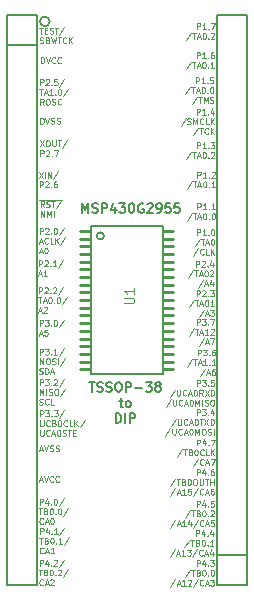
<source format=gto>
G04 #@! TF.FileFunction,Legend,Top*
%FSLAX46Y46*%
G04 Gerber Fmt 4.6, Leading zero omitted, Abs format (unit mm)*
G04 Created by KiCad (PCBNEW (2015-02-18 BZR 5431)-product) date Sat Mar 14 17:37:27 2015*
%MOMM*%
G01*
G04 APERTURE LIST*
%ADD10C,0.100000*%
%ADD11C,0.200000*%
%ADD12C,0.125000*%
%ADD13C,0.150000*%
%ADD14C,0.127000*%
%ADD15C,0.250000*%
%ADD16C,0.076200*%
G04 APERTURE END LIST*
D10*
D11*
X106280333Y-126156305D02*
X106737476Y-126156305D01*
X106508905Y-126956305D02*
X106508905Y-126156305D01*
X106966048Y-126918210D02*
X107080334Y-126956305D01*
X107270810Y-126956305D01*
X107347000Y-126918210D01*
X107385096Y-126880114D01*
X107423191Y-126803924D01*
X107423191Y-126727733D01*
X107385096Y-126651543D01*
X107347000Y-126613448D01*
X107270810Y-126575352D01*
X107118429Y-126537257D01*
X107042238Y-126499162D01*
X107004143Y-126461067D01*
X106966048Y-126384876D01*
X106966048Y-126308686D01*
X107004143Y-126232495D01*
X107042238Y-126194400D01*
X107118429Y-126156305D01*
X107308905Y-126156305D01*
X107423191Y-126194400D01*
X107727953Y-126918210D02*
X107842239Y-126956305D01*
X108032715Y-126956305D01*
X108108905Y-126918210D01*
X108147001Y-126880114D01*
X108185096Y-126803924D01*
X108185096Y-126727733D01*
X108147001Y-126651543D01*
X108108905Y-126613448D01*
X108032715Y-126575352D01*
X107880334Y-126537257D01*
X107804143Y-126499162D01*
X107766048Y-126461067D01*
X107727953Y-126384876D01*
X107727953Y-126308686D01*
X107766048Y-126232495D01*
X107804143Y-126194400D01*
X107880334Y-126156305D01*
X108070810Y-126156305D01*
X108185096Y-126194400D01*
X108680334Y-126156305D02*
X108832715Y-126156305D01*
X108908906Y-126194400D01*
X108985096Y-126270590D01*
X109023191Y-126422971D01*
X109023191Y-126689638D01*
X108985096Y-126842019D01*
X108908906Y-126918210D01*
X108832715Y-126956305D01*
X108680334Y-126956305D01*
X108604144Y-126918210D01*
X108527953Y-126842019D01*
X108489858Y-126689638D01*
X108489858Y-126422971D01*
X108527953Y-126270590D01*
X108604144Y-126194400D01*
X108680334Y-126156305D01*
X109366048Y-126956305D02*
X109366048Y-126156305D01*
X109670810Y-126156305D01*
X109747001Y-126194400D01*
X109785096Y-126232495D01*
X109823191Y-126308686D01*
X109823191Y-126422971D01*
X109785096Y-126499162D01*
X109747001Y-126537257D01*
X109670810Y-126575352D01*
X109366048Y-126575352D01*
X110166048Y-126651543D02*
X110775572Y-126651543D01*
X111080334Y-126156305D02*
X111575572Y-126156305D01*
X111308905Y-126461067D01*
X111423191Y-126461067D01*
X111499381Y-126499162D01*
X111537477Y-126537257D01*
X111575572Y-126613448D01*
X111575572Y-126803924D01*
X111537477Y-126880114D01*
X111499381Y-126918210D01*
X111423191Y-126956305D01*
X111194619Y-126956305D01*
X111118429Y-126918210D01*
X111080334Y-126880114D01*
X112032715Y-126499162D02*
X111956524Y-126461067D01*
X111918429Y-126422971D01*
X111880334Y-126346781D01*
X111880334Y-126308686D01*
X111918429Y-126232495D01*
X111956524Y-126194400D01*
X112032715Y-126156305D01*
X112185096Y-126156305D01*
X112261286Y-126194400D01*
X112299382Y-126232495D01*
X112337477Y-126308686D01*
X112337477Y-126346781D01*
X112299382Y-126422971D01*
X112261286Y-126461067D01*
X112185096Y-126499162D01*
X112032715Y-126499162D01*
X111956524Y-126537257D01*
X111918429Y-126575352D01*
X111880334Y-126651543D01*
X111880334Y-126803924D01*
X111918429Y-126880114D01*
X111956524Y-126918210D01*
X112032715Y-126956305D01*
X112185096Y-126956305D01*
X112261286Y-126918210D01*
X112299382Y-126880114D01*
X112337477Y-126803924D01*
X112337477Y-126651543D01*
X112299382Y-126575352D01*
X112261286Y-126537257D01*
X112185096Y-126499162D01*
X108832714Y-127742971D02*
X109137476Y-127742971D01*
X108947000Y-127476305D02*
X108947000Y-128162019D01*
X108985095Y-128238210D01*
X109061286Y-128276305D01*
X109137476Y-128276305D01*
X109518429Y-128276305D02*
X109442238Y-128238210D01*
X109404143Y-128200114D01*
X109366048Y-128123924D01*
X109366048Y-127895352D01*
X109404143Y-127819162D01*
X109442238Y-127781067D01*
X109518429Y-127742971D01*
X109632715Y-127742971D01*
X109708905Y-127781067D01*
X109747000Y-127819162D01*
X109785096Y-127895352D01*
X109785096Y-128123924D01*
X109747000Y-128200114D01*
X109708905Y-128238210D01*
X109632715Y-128276305D01*
X109518429Y-128276305D01*
X108547000Y-129596305D02*
X108547000Y-128796305D01*
X108737476Y-128796305D01*
X108851762Y-128834400D01*
X108927953Y-128910590D01*
X108966048Y-128986781D01*
X109004143Y-129139162D01*
X109004143Y-129253448D01*
X108966048Y-129405829D01*
X108927953Y-129482019D01*
X108851762Y-129558210D01*
X108737476Y-129596305D01*
X108547000Y-129596305D01*
X109347000Y-129596305D02*
X109347000Y-128796305D01*
X109727952Y-129596305D02*
X109727952Y-128796305D01*
X110032714Y-128796305D01*
X110108905Y-128834400D01*
X110147000Y-128872495D01*
X110185095Y-128948686D01*
X110185095Y-129062971D01*
X110147000Y-129139162D01*
X110108905Y-129177257D01*
X110032714Y-129215352D01*
X109727952Y-129215352D01*
X105664513Y-111817105D02*
X105664513Y-111017105D01*
X105931180Y-111588533D01*
X106197847Y-111017105D01*
X106197847Y-111817105D01*
X106540704Y-111779010D02*
X106654990Y-111817105D01*
X106845466Y-111817105D01*
X106921656Y-111779010D01*
X106959752Y-111740914D01*
X106997847Y-111664724D01*
X106997847Y-111588533D01*
X106959752Y-111512343D01*
X106921656Y-111474248D01*
X106845466Y-111436152D01*
X106693085Y-111398057D01*
X106616894Y-111359962D01*
X106578799Y-111321867D01*
X106540704Y-111245676D01*
X106540704Y-111169486D01*
X106578799Y-111093295D01*
X106616894Y-111055200D01*
X106693085Y-111017105D01*
X106883561Y-111017105D01*
X106997847Y-111055200D01*
X107340704Y-111817105D02*
X107340704Y-111017105D01*
X107645466Y-111017105D01*
X107721657Y-111055200D01*
X107759752Y-111093295D01*
X107797847Y-111169486D01*
X107797847Y-111283771D01*
X107759752Y-111359962D01*
X107721657Y-111398057D01*
X107645466Y-111436152D01*
X107340704Y-111436152D01*
X108483561Y-111283771D02*
X108483561Y-111817105D01*
X108293085Y-110979010D02*
X108102609Y-111550438D01*
X108597847Y-111550438D01*
X108826419Y-111017105D02*
X109321657Y-111017105D01*
X109054990Y-111321867D01*
X109169276Y-111321867D01*
X109245466Y-111359962D01*
X109283562Y-111398057D01*
X109321657Y-111474248D01*
X109321657Y-111664724D01*
X109283562Y-111740914D01*
X109245466Y-111779010D01*
X109169276Y-111817105D01*
X108940704Y-111817105D01*
X108864514Y-111779010D01*
X108826419Y-111740914D01*
X109816895Y-111017105D02*
X109893086Y-111017105D01*
X109969276Y-111055200D01*
X110007371Y-111093295D01*
X110045467Y-111169486D01*
X110083562Y-111321867D01*
X110083562Y-111512343D01*
X110045467Y-111664724D01*
X110007371Y-111740914D01*
X109969276Y-111779010D01*
X109893086Y-111817105D01*
X109816895Y-111817105D01*
X109740705Y-111779010D01*
X109702609Y-111740914D01*
X109664514Y-111664724D01*
X109626419Y-111512343D01*
X109626419Y-111321867D01*
X109664514Y-111169486D01*
X109702609Y-111093295D01*
X109740705Y-111055200D01*
X109816895Y-111017105D01*
X110845467Y-111055200D02*
X110769276Y-111017105D01*
X110654991Y-111017105D01*
X110540705Y-111055200D01*
X110464514Y-111131390D01*
X110426419Y-111207581D01*
X110388324Y-111359962D01*
X110388324Y-111474248D01*
X110426419Y-111626629D01*
X110464514Y-111702819D01*
X110540705Y-111779010D01*
X110654991Y-111817105D01*
X110731181Y-111817105D01*
X110845467Y-111779010D01*
X110883562Y-111740914D01*
X110883562Y-111474248D01*
X110731181Y-111474248D01*
X111188324Y-111093295D02*
X111226419Y-111055200D01*
X111302610Y-111017105D01*
X111493086Y-111017105D01*
X111569276Y-111055200D01*
X111607372Y-111093295D01*
X111645467Y-111169486D01*
X111645467Y-111245676D01*
X111607372Y-111359962D01*
X111150229Y-111817105D01*
X111645467Y-111817105D01*
X112026419Y-111817105D02*
X112178800Y-111817105D01*
X112254991Y-111779010D01*
X112293086Y-111740914D01*
X112369277Y-111626629D01*
X112407372Y-111474248D01*
X112407372Y-111169486D01*
X112369277Y-111093295D01*
X112331181Y-111055200D01*
X112254991Y-111017105D01*
X112102610Y-111017105D01*
X112026419Y-111055200D01*
X111988324Y-111093295D01*
X111950229Y-111169486D01*
X111950229Y-111359962D01*
X111988324Y-111436152D01*
X112026419Y-111474248D01*
X112102610Y-111512343D01*
X112254991Y-111512343D01*
X112331181Y-111474248D01*
X112369277Y-111436152D01*
X112407372Y-111359962D01*
X113131182Y-111017105D02*
X112750229Y-111017105D01*
X112712134Y-111398057D01*
X112750229Y-111359962D01*
X112826420Y-111321867D01*
X113016896Y-111321867D01*
X113093086Y-111359962D01*
X113131182Y-111398057D01*
X113169277Y-111474248D01*
X113169277Y-111664724D01*
X113131182Y-111740914D01*
X113093086Y-111779010D01*
X113016896Y-111817105D01*
X112826420Y-111817105D01*
X112750229Y-111779010D01*
X112712134Y-111740914D01*
X113893087Y-111017105D02*
X113512134Y-111017105D01*
X113474039Y-111398057D01*
X113512134Y-111359962D01*
X113588325Y-111321867D01*
X113778801Y-111321867D01*
X113854991Y-111359962D01*
X113893087Y-111398057D01*
X113931182Y-111474248D01*
X113931182Y-111664724D01*
X113893087Y-111740914D01*
X113854991Y-111779010D01*
X113778801Y-111817105D01*
X113588325Y-111817105D01*
X113512134Y-111779010D01*
X113474039Y-111740914D01*
D12*
X115370173Y-141717390D02*
X115370173Y-141217390D01*
X115560649Y-141217390D01*
X115608268Y-141241200D01*
X115632077Y-141265010D01*
X115655887Y-141312629D01*
X115655887Y-141384057D01*
X115632077Y-141431676D01*
X115608268Y-141455486D01*
X115560649Y-141479295D01*
X115370173Y-141479295D01*
X116084458Y-141384057D02*
X116084458Y-141717390D01*
X115965411Y-141193581D02*
X115846363Y-141550724D01*
X116155887Y-141550724D01*
X116346363Y-141669771D02*
X116370172Y-141693581D01*
X116346363Y-141717390D01*
X116322553Y-141693581D01*
X116346363Y-141669771D01*
X116346363Y-141717390D01*
X116536839Y-141217390D02*
X116846362Y-141217390D01*
X116679696Y-141407867D01*
X116751124Y-141407867D01*
X116798743Y-141431676D01*
X116822553Y-141455486D01*
X116846362Y-141503105D01*
X116846362Y-141622152D01*
X116822553Y-141669771D01*
X116798743Y-141693581D01*
X116751124Y-141717390D01*
X116608267Y-141717390D01*
X116560648Y-141693581D01*
X116536839Y-141669771D01*
X114822553Y-142018581D02*
X114393982Y-142661438D01*
X114917792Y-142042390D02*
X115203506Y-142042390D01*
X115060649Y-142542390D02*
X115060649Y-142042390D01*
X115536839Y-142280486D02*
X115608268Y-142304295D01*
X115632077Y-142328105D01*
X115655887Y-142375724D01*
X115655887Y-142447152D01*
X115632077Y-142494771D01*
X115608268Y-142518581D01*
X115560649Y-142542390D01*
X115370173Y-142542390D01*
X115370173Y-142042390D01*
X115536839Y-142042390D01*
X115584458Y-142066200D01*
X115608268Y-142090010D01*
X115632077Y-142137629D01*
X115632077Y-142185248D01*
X115608268Y-142232867D01*
X115584458Y-142256676D01*
X115536839Y-142280486D01*
X115370173Y-142280486D01*
X115965411Y-142042390D02*
X116013030Y-142042390D01*
X116060649Y-142066200D01*
X116084458Y-142090010D01*
X116108268Y-142137629D01*
X116132077Y-142232867D01*
X116132077Y-142351914D01*
X116108268Y-142447152D01*
X116084458Y-142494771D01*
X116060649Y-142518581D01*
X116013030Y-142542390D01*
X115965411Y-142542390D01*
X115917792Y-142518581D01*
X115893982Y-142494771D01*
X115870173Y-142447152D01*
X115846363Y-142351914D01*
X115846363Y-142232867D01*
X115870173Y-142137629D01*
X115893982Y-142090010D01*
X115917792Y-142066200D01*
X115965411Y-142042390D01*
X116346363Y-142494771D02*
X116370172Y-142518581D01*
X116346363Y-142542390D01*
X116322553Y-142518581D01*
X116346363Y-142494771D01*
X116346363Y-142542390D01*
X116679696Y-142042390D02*
X116727315Y-142042390D01*
X116774934Y-142066200D01*
X116798743Y-142090010D01*
X116822553Y-142137629D01*
X116846362Y-142232867D01*
X116846362Y-142351914D01*
X116822553Y-142447152D01*
X116798743Y-142494771D01*
X116774934Y-142518581D01*
X116727315Y-142542390D01*
X116679696Y-142542390D01*
X116632077Y-142518581D01*
X116608267Y-142494771D01*
X116584458Y-142447152D01*
X116560648Y-142351914D01*
X116560648Y-142232867D01*
X116584458Y-142137629D01*
X116608267Y-142090010D01*
X116632077Y-142066200D01*
X116679696Y-142042390D01*
X113584458Y-142843581D02*
X113155887Y-143486438D01*
X113727316Y-143224533D02*
X113965411Y-143224533D01*
X113679697Y-143367390D02*
X113846364Y-142867390D01*
X114013030Y-143367390D01*
X114441601Y-143367390D02*
X114155887Y-143367390D01*
X114298744Y-143367390D02*
X114298744Y-142867390D01*
X114251125Y-142938819D01*
X114203506Y-142986438D01*
X114155887Y-143010248D01*
X114632077Y-142915010D02*
X114655887Y-142891200D01*
X114703506Y-142867390D01*
X114822553Y-142867390D01*
X114870172Y-142891200D01*
X114893982Y-142915010D01*
X114917791Y-142962629D01*
X114917791Y-143010248D01*
X114893982Y-143081676D01*
X114608268Y-143367390D01*
X114917791Y-143367390D01*
X115489219Y-142843581D02*
X115060648Y-143486438D01*
X115941601Y-143319771D02*
X115917791Y-143343581D01*
X115846363Y-143367390D01*
X115798744Y-143367390D01*
X115727315Y-143343581D01*
X115679696Y-143295962D01*
X115655887Y-143248343D01*
X115632077Y-143153105D01*
X115632077Y-143081676D01*
X115655887Y-142986438D01*
X115679696Y-142938819D01*
X115727315Y-142891200D01*
X115798744Y-142867390D01*
X115846363Y-142867390D01*
X115917791Y-142891200D01*
X115941601Y-142915010D01*
X116132077Y-143224533D02*
X116370172Y-143224533D01*
X116084458Y-143367390D02*
X116251125Y-142867390D01*
X116417791Y-143367390D01*
X116536839Y-142867390D02*
X116846362Y-142867390D01*
X116679696Y-143057867D01*
X116751124Y-143057867D01*
X116798743Y-143081676D01*
X116822553Y-143105486D01*
X116846362Y-143153105D01*
X116846362Y-143272152D01*
X116822553Y-143319771D01*
X116798743Y-143343581D01*
X116751124Y-143367390D01*
X116608267Y-143367390D01*
X116560648Y-143343581D01*
X116536839Y-143319771D01*
X115319373Y-139177390D02*
X115319373Y-138677390D01*
X115509849Y-138677390D01*
X115557468Y-138701200D01*
X115581277Y-138725010D01*
X115605087Y-138772629D01*
X115605087Y-138844057D01*
X115581277Y-138891676D01*
X115557468Y-138915486D01*
X115509849Y-138939295D01*
X115319373Y-138939295D01*
X116033658Y-138844057D02*
X116033658Y-139177390D01*
X115914611Y-138653581D02*
X115795563Y-139010724D01*
X116105087Y-139010724D01*
X116295563Y-139129771D02*
X116319372Y-139153581D01*
X116295563Y-139177390D01*
X116271753Y-139153581D01*
X116295563Y-139129771D01*
X116295563Y-139177390D01*
X116747943Y-138844057D02*
X116747943Y-139177390D01*
X116628896Y-138653581D02*
X116509848Y-139010724D01*
X116819372Y-139010724D01*
X114771753Y-139478581D02*
X114343182Y-140121438D01*
X114866992Y-139502390D02*
X115152706Y-139502390D01*
X115009849Y-140002390D02*
X115009849Y-139502390D01*
X115486039Y-139740486D02*
X115557468Y-139764295D01*
X115581277Y-139788105D01*
X115605087Y-139835724D01*
X115605087Y-139907152D01*
X115581277Y-139954771D01*
X115557468Y-139978581D01*
X115509849Y-140002390D01*
X115319373Y-140002390D01*
X115319373Y-139502390D01*
X115486039Y-139502390D01*
X115533658Y-139526200D01*
X115557468Y-139550010D01*
X115581277Y-139597629D01*
X115581277Y-139645248D01*
X115557468Y-139692867D01*
X115533658Y-139716676D01*
X115486039Y-139740486D01*
X115319373Y-139740486D01*
X115914611Y-139502390D02*
X115962230Y-139502390D01*
X116009849Y-139526200D01*
X116033658Y-139550010D01*
X116057468Y-139597629D01*
X116081277Y-139692867D01*
X116081277Y-139811914D01*
X116057468Y-139907152D01*
X116033658Y-139954771D01*
X116009849Y-139978581D01*
X115962230Y-140002390D01*
X115914611Y-140002390D01*
X115866992Y-139978581D01*
X115843182Y-139954771D01*
X115819373Y-139907152D01*
X115795563Y-139811914D01*
X115795563Y-139692867D01*
X115819373Y-139597629D01*
X115843182Y-139550010D01*
X115866992Y-139526200D01*
X115914611Y-139502390D01*
X116295563Y-139954771D02*
X116319372Y-139978581D01*
X116295563Y-140002390D01*
X116271753Y-139978581D01*
X116295563Y-139954771D01*
X116295563Y-140002390D01*
X116795562Y-140002390D02*
X116509848Y-140002390D01*
X116652705Y-140002390D02*
X116652705Y-139502390D01*
X116605086Y-139573819D01*
X116557467Y-139621438D01*
X116509848Y-139645248D01*
X113533658Y-140303581D02*
X113105087Y-140946438D01*
X113676516Y-140684533D02*
X113914611Y-140684533D01*
X113628897Y-140827390D02*
X113795564Y-140327390D01*
X113962230Y-140827390D01*
X114390801Y-140827390D02*
X114105087Y-140827390D01*
X114247944Y-140827390D02*
X114247944Y-140327390D01*
X114200325Y-140398819D01*
X114152706Y-140446438D01*
X114105087Y-140470248D01*
X114557468Y-140327390D02*
X114866991Y-140327390D01*
X114700325Y-140517867D01*
X114771753Y-140517867D01*
X114819372Y-140541676D01*
X114843182Y-140565486D01*
X114866991Y-140613105D01*
X114866991Y-140732152D01*
X114843182Y-140779771D01*
X114819372Y-140803581D01*
X114771753Y-140827390D01*
X114628896Y-140827390D01*
X114581277Y-140803581D01*
X114557468Y-140779771D01*
X115438419Y-140303581D02*
X115009848Y-140946438D01*
X115890801Y-140779771D02*
X115866991Y-140803581D01*
X115795563Y-140827390D01*
X115747944Y-140827390D01*
X115676515Y-140803581D01*
X115628896Y-140755962D01*
X115605087Y-140708343D01*
X115581277Y-140613105D01*
X115581277Y-140541676D01*
X115605087Y-140446438D01*
X115628896Y-140398819D01*
X115676515Y-140351200D01*
X115747944Y-140327390D01*
X115795563Y-140327390D01*
X115866991Y-140351200D01*
X115890801Y-140375010D01*
X116081277Y-140684533D02*
X116319372Y-140684533D01*
X116033658Y-140827390D02*
X116200325Y-140327390D01*
X116366991Y-140827390D01*
X116747943Y-140494057D02*
X116747943Y-140827390D01*
X116628896Y-140303581D02*
X116509848Y-140660724D01*
X116819372Y-140660724D01*
X115370173Y-136688190D02*
X115370173Y-136188190D01*
X115560649Y-136188190D01*
X115608268Y-136212000D01*
X115632077Y-136235810D01*
X115655887Y-136283429D01*
X115655887Y-136354857D01*
X115632077Y-136402476D01*
X115608268Y-136426286D01*
X115560649Y-136450095D01*
X115370173Y-136450095D01*
X116084458Y-136354857D02*
X116084458Y-136688190D01*
X115965411Y-136164381D02*
X115846363Y-136521524D01*
X116155887Y-136521524D01*
X116346363Y-136640571D02*
X116370172Y-136664381D01*
X116346363Y-136688190D01*
X116322553Y-136664381D01*
X116346363Y-136640571D01*
X116346363Y-136688190D01*
X116822553Y-136188190D02*
X116584458Y-136188190D01*
X116560648Y-136426286D01*
X116584458Y-136402476D01*
X116632077Y-136378667D01*
X116751124Y-136378667D01*
X116798743Y-136402476D01*
X116822553Y-136426286D01*
X116846362Y-136473905D01*
X116846362Y-136592952D01*
X116822553Y-136640571D01*
X116798743Y-136664381D01*
X116751124Y-136688190D01*
X116632077Y-136688190D01*
X116584458Y-136664381D01*
X116560648Y-136640571D01*
X114822553Y-136989381D02*
X114393982Y-137632238D01*
X114917792Y-137013190D02*
X115203506Y-137013190D01*
X115060649Y-137513190D02*
X115060649Y-137013190D01*
X115536839Y-137251286D02*
X115608268Y-137275095D01*
X115632077Y-137298905D01*
X115655887Y-137346524D01*
X115655887Y-137417952D01*
X115632077Y-137465571D01*
X115608268Y-137489381D01*
X115560649Y-137513190D01*
X115370173Y-137513190D01*
X115370173Y-137013190D01*
X115536839Y-137013190D01*
X115584458Y-137037000D01*
X115608268Y-137060810D01*
X115632077Y-137108429D01*
X115632077Y-137156048D01*
X115608268Y-137203667D01*
X115584458Y-137227476D01*
X115536839Y-137251286D01*
X115370173Y-137251286D01*
X115965411Y-137013190D02*
X116013030Y-137013190D01*
X116060649Y-137037000D01*
X116084458Y-137060810D01*
X116108268Y-137108429D01*
X116132077Y-137203667D01*
X116132077Y-137322714D01*
X116108268Y-137417952D01*
X116084458Y-137465571D01*
X116060649Y-137489381D01*
X116013030Y-137513190D01*
X115965411Y-137513190D01*
X115917792Y-137489381D01*
X115893982Y-137465571D01*
X115870173Y-137417952D01*
X115846363Y-137322714D01*
X115846363Y-137203667D01*
X115870173Y-137108429D01*
X115893982Y-137060810D01*
X115917792Y-137037000D01*
X115965411Y-137013190D01*
X116346363Y-137465571D02*
X116370172Y-137489381D01*
X116346363Y-137513190D01*
X116322553Y-137489381D01*
X116346363Y-137465571D01*
X116346363Y-137513190D01*
X116560648Y-137060810D02*
X116584458Y-137037000D01*
X116632077Y-137013190D01*
X116751124Y-137013190D01*
X116798743Y-137037000D01*
X116822553Y-137060810D01*
X116846362Y-137108429D01*
X116846362Y-137156048D01*
X116822553Y-137227476D01*
X116536839Y-137513190D01*
X116846362Y-137513190D01*
X113584458Y-137814381D02*
X113155887Y-138457238D01*
X113727316Y-138195333D02*
X113965411Y-138195333D01*
X113679697Y-138338190D02*
X113846364Y-137838190D01*
X114013030Y-138338190D01*
X114441601Y-138338190D02*
X114155887Y-138338190D01*
X114298744Y-138338190D02*
X114298744Y-137838190D01*
X114251125Y-137909619D01*
X114203506Y-137957238D01*
X114155887Y-137981048D01*
X114870172Y-138004857D02*
X114870172Y-138338190D01*
X114751125Y-137814381D02*
X114632077Y-138171524D01*
X114941601Y-138171524D01*
X115489219Y-137814381D02*
X115060648Y-138457238D01*
X115941601Y-138290571D02*
X115917791Y-138314381D01*
X115846363Y-138338190D01*
X115798744Y-138338190D01*
X115727315Y-138314381D01*
X115679696Y-138266762D01*
X115655887Y-138219143D01*
X115632077Y-138123905D01*
X115632077Y-138052476D01*
X115655887Y-137957238D01*
X115679696Y-137909619D01*
X115727315Y-137862000D01*
X115798744Y-137838190D01*
X115846363Y-137838190D01*
X115917791Y-137862000D01*
X115941601Y-137885810D01*
X116132077Y-138195333D02*
X116370172Y-138195333D01*
X116084458Y-138338190D02*
X116251125Y-137838190D01*
X116417791Y-138338190D01*
X116822553Y-137838190D02*
X116584458Y-137838190D01*
X116560648Y-138076286D01*
X116584458Y-138052476D01*
X116632077Y-138028667D01*
X116751124Y-138028667D01*
X116798743Y-138052476D01*
X116822553Y-138076286D01*
X116846362Y-138123905D01*
X116846362Y-138242952D01*
X116822553Y-138290571D01*
X116798743Y-138314381D01*
X116751124Y-138338190D01*
X116632077Y-138338190D01*
X116584458Y-138314381D01*
X116560648Y-138290571D01*
X115370173Y-134021190D02*
X115370173Y-133521190D01*
X115560649Y-133521190D01*
X115608268Y-133545000D01*
X115632077Y-133568810D01*
X115655887Y-133616429D01*
X115655887Y-133687857D01*
X115632077Y-133735476D01*
X115608268Y-133759286D01*
X115560649Y-133783095D01*
X115370173Y-133783095D01*
X116084458Y-133687857D02*
X116084458Y-134021190D01*
X115965411Y-133497381D02*
X115846363Y-133854524D01*
X116155887Y-133854524D01*
X116346363Y-133973571D02*
X116370172Y-133997381D01*
X116346363Y-134021190D01*
X116322553Y-133997381D01*
X116346363Y-133973571D01*
X116346363Y-134021190D01*
X116798743Y-133521190D02*
X116703505Y-133521190D01*
X116655886Y-133545000D01*
X116632077Y-133568810D01*
X116584458Y-133640238D01*
X116560648Y-133735476D01*
X116560648Y-133925952D01*
X116584458Y-133973571D01*
X116608267Y-133997381D01*
X116655886Y-134021190D01*
X116751124Y-134021190D01*
X116798743Y-133997381D01*
X116822553Y-133973571D01*
X116846362Y-133925952D01*
X116846362Y-133806905D01*
X116822553Y-133759286D01*
X116798743Y-133735476D01*
X116751124Y-133711667D01*
X116655886Y-133711667D01*
X116608267Y-133735476D01*
X116584458Y-133759286D01*
X116560648Y-133806905D01*
X113584456Y-134322381D02*
X113155885Y-134965238D01*
X113679695Y-134346190D02*
X113965409Y-134346190D01*
X113822552Y-134846190D02*
X113822552Y-134346190D01*
X114298742Y-134584286D02*
X114370171Y-134608095D01*
X114393980Y-134631905D01*
X114417790Y-134679524D01*
X114417790Y-134750952D01*
X114393980Y-134798571D01*
X114370171Y-134822381D01*
X114322552Y-134846190D01*
X114132076Y-134846190D01*
X114132076Y-134346190D01*
X114298742Y-134346190D01*
X114346361Y-134370000D01*
X114370171Y-134393810D01*
X114393980Y-134441429D01*
X114393980Y-134489048D01*
X114370171Y-134536667D01*
X114346361Y-134560476D01*
X114298742Y-134584286D01*
X114132076Y-134584286D01*
X114727314Y-134346190D02*
X114774933Y-134346190D01*
X114822552Y-134370000D01*
X114846361Y-134393810D01*
X114870171Y-134441429D01*
X114893980Y-134536667D01*
X114893980Y-134655714D01*
X114870171Y-134750952D01*
X114846361Y-134798571D01*
X114822552Y-134822381D01*
X114774933Y-134846190D01*
X114727314Y-134846190D01*
X114679695Y-134822381D01*
X114655885Y-134798571D01*
X114632076Y-134750952D01*
X114608266Y-134655714D01*
X114608266Y-134536667D01*
X114632076Y-134441429D01*
X114655885Y-134393810D01*
X114679695Y-134370000D01*
X114727314Y-134346190D01*
X115203504Y-134346190D02*
X115298742Y-134346190D01*
X115346361Y-134370000D01*
X115393980Y-134417619D01*
X115417789Y-134512857D01*
X115417789Y-134679524D01*
X115393980Y-134774762D01*
X115346361Y-134822381D01*
X115298742Y-134846190D01*
X115203504Y-134846190D01*
X115155885Y-134822381D01*
X115108266Y-134774762D01*
X115084456Y-134679524D01*
X115084456Y-134512857D01*
X115108266Y-134417619D01*
X115155885Y-134370000D01*
X115203504Y-134346190D01*
X115632076Y-134346190D02*
X115632076Y-134750952D01*
X115655885Y-134798571D01*
X115679695Y-134822381D01*
X115727314Y-134846190D01*
X115822552Y-134846190D01*
X115870171Y-134822381D01*
X115893980Y-134798571D01*
X115917790Y-134750952D01*
X115917790Y-134346190D01*
X116084457Y-134346190D02*
X116370171Y-134346190D01*
X116227314Y-134846190D02*
X116227314Y-134346190D01*
X116536838Y-134846190D02*
X116536838Y-134346190D01*
X116536838Y-134584286D02*
X116822552Y-134584286D01*
X116822552Y-134846190D02*
X116822552Y-134346190D01*
X113584458Y-135147381D02*
X113155887Y-135790238D01*
X113727316Y-135528333D02*
X113965411Y-135528333D01*
X113679697Y-135671190D02*
X113846364Y-135171190D01*
X114013030Y-135671190D01*
X114441601Y-135671190D02*
X114155887Y-135671190D01*
X114298744Y-135671190D02*
X114298744Y-135171190D01*
X114251125Y-135242619D01*
X114203506Y-135290238D01*
X114155887Y-135314048D01*
X114893982Y-135171190D02*
X114655887Y-135171190D01*
X114632077Y-135409286D01*
X114655887Y-135385476D01*
X114703506Y-135361667D01*
X114822553Y-135361667D01*
X114870172Y-135385476D01*
X114893982Y-135409286D01*
X114917791Y-135456905D01*
X114917791Y-135575952D01*
X114893982Y-135623571D01*
X114870172Y-135647381D01*
X114822553Y-135671190D01*
X114703506Y-135671190D01*
X114655887Y-135647381D01*
X114632077Y-135623571D01*
X115489219Y-135147381D02*
X115060648Y-135790238D01*
X115941601Y-135623571D02*
X115917791Y-135647381D01*
X115846363Y-135671190D01*
X115798744Y-135671190D01*
X115727315Y-135647381D01*
X115679696Y-135599762D01*
X115655887Y-135552143D01*
X115632077Y-135456905D01*
X115632077Y-135385476D01*
X115655887Y-135290238D01*
X115679696Y-135242619D01*
X115727315Y-135195000D01*
X115798744Y-135171190D01*
X115846363Y-135171190D01*
X115917791Y-135195000D01*
X115941601Y-135218810D01*
X116132077Y-135528333D02*
X116370172Y-135528333D01*
X116084458Y-135671190D02*
X116251125Y-135171190D01*
X116417791Y-135671190D01*
X116798743Y-135171190D02*
X116703505Y-135171190D01*
X116655886Y-135195000D01*
X116632077Y-135218810D01*
X116584458Y-135290238D01*
X116560648Y-135385476D01*
X116560648Y-135575952D01*
X116584458Y-135623571D01*
X116608267Y-135647381D01*
X116655886Y-135671190D01*
X116751124Y-135671190D01*
X116798743Y-135647381D01*
X116822553Y-135623571D01*
X116846362Y-135575952D01*
X116846362Y-135456905D01*
X116822553Y-135409286D01*
X116798743Y-135385476D01*
X116751124Y-135361667D01*
X116655886Y-135361667D01*
X116608267Y-135385476D01*
X116584458Y-135409286D01*
X116560648Y-135456905D01*
X115395573Y-131506590D02*
X115395573Y-131006590D01*
X115586049Y-131006590D01*
X115633668Y-131030400D01*
X115657477Y-131054210D01*
X115681287Y-131101829D01*
X115681287Y-131173257D01*
X115657477Y-131220876D01*
X115633668Y-131244686D01*
X115586049Y-131268495D01*
X115395573Y-131268495D01*
X116109858Y-131173257D02*
X116109858Y-131506590D01*
X115990811Y-130982781D02*
X115871763Y-131339924D01*
X116181287Y-131339924D01*
X116371763Y-131458971D02*
X116395572Y-131482781D01*
X116371763Y-131506590D01*
X116347953Y-131482781D01*
X116371763Y-131458971D01*
X116371763Y-131506590D01*
X116562239Y-131006590D02*
X116895572Y-131006590D01*
X116681286Y-131506590D01*
X114157476Y-131807781D02*
X113728905Y-132450638D01*
X114252715Y-131831590D02*
X114538429Y-131831590D01*
X114395572Y-132331590D02*
X114395572Y-131831590D01*
X114871762Y-132069686D02*
X114943191Y-132093495D01*
X114967000Y-132117305D01*
X114990810Y-132164924D01*
X114990810Y-132236352D01*
X114967000Y-132283971D01*
X114943191Y-132307781D01*
X114895572Y-132331590D01*
X114705096Y-132331590D01*
X114705096Y-131831590D01*
X114871762Y-131831590D01*
X114919381Y-131855400D01*
X114943191Y-131879210D01*
X114967000Y-131926829D01*
X114967000Y-131974448D01*
X114943191Y-132022067D01*
X114919381Y-132045876D01*
X114871762Y-132069686D01*
X114705096Y-132069686D01*
X115300334Y-131831590D02*
X115347953Y-131831590D01*
X115395572Y-131855400D01*
X115419381Y-131879210D01*
X115443191Y-131926829D01*
X115467000Y-132022067D01*
X115467000Y-132141114D01*
X115443191Y-132236352D01*
X115419381Y-132283971D01*
X115395572Y-132307781D01*
X115347953Y-132331590D01*
X115300334Y-132331590D01*
X115252715Y-132307781D01*
X115228905Y-132283971D01*
X115205096Y-132236352D01*
X115181286Y-132141114D01*
X115181286Y-132022067D01*
X115205096Y-131926829D01*
X115228905Y-131879210D01*
X115252715Y-131855400D01*
X115300334Y-131831590D01*
X115967000Y-132283971D02*
X115943190Y-132307781D01*
X115871762Y-132331590D01*
X115824143Y-132331590D01*
X115752714Y-132307781D01*
X115705095Y-132260162D01*
X115681286Y-132212543D01*
X115657476Y-132117305D01*
X115657476Y-132045876D01*
X115681286Y-131950638D01*
X115705095Y-131903019D01*
X115752714Y-131855400D01*
X115824143Y-131831590D01*
X115871762Y-131831590D01*
X115943190Y-131855400D01*
X115967000Y-131879210D01*
X116419381Y-132331590D02*
X116181286Y-132331590D01*
X116181286Y-131831590D01*
X116586048Y-132331590D02*
X116586048Y-131831590D01*
X116871762Y-132331590D02*
X116657476Y-132045876D01*
X116871762Y-131831590D02*
X116586048Y-132117305D01*
X115514619Y-132632781D02*
X115086048Y-133275638D01*
X115967001Y-133108971D02*
X115943191Y-133132781D01*
X115871763Y-133156590D01*
X115824144Y-133156590D01*
X115752715Y-133132781D01*
X115705096Y-133085162D01*
X115681287Y-133037543D01*
X115657477Y-132942305D01*
X115657477Y-132870876D01*
X115681287Y-132775638D01*
X115705096Y-132728019D01*
X115752715Y-132680400D01*
X115824144Y-132656590D01*
X115871763Y-132656590D01*
X115943191Y-132680400D01*
X115967001Y-132704210D01*
X116157477Y-133013733D02*
X116395572Y-133013733D01*
X116109858Y-133156590D02*
X116276525Y-132656590D01*
X116443191Y-133156590D01*
X116562239Y-132656590D02*
X116895572Y-132656590D01*
X116681286Y-133156590D01*
X115370173Y-128941190D02*
X115370173Y-128441190D01*
X115560649Y-128441190D01*
X115608268Y-128465000D01*
X115632077Y-128488810D01*
X115655887Y-128536429D01*
X115655887Y-128607857D01*
X115632077Y-128655476D01*
X115608268Y-128679286D01*
X115560649Y-128703095D01*
X115370173Y-128703095D01*
X115822554Y-128441190D02*
X116132077Y-128441190D01*
X115965411Y-128631667D01*
X116036839Y-128631667D01*
X116084458Y-128655476D01*
X116108268Y-128679286D01*
X116132077Y-128726905D01*
X116132077Y-128845952D01*
X116108268Y-128893571D01*
X116084458Y-128917381D01*
X116036839Y-128941190D01*
X115893982Y-128941190D01*
X115846363Y-128917381D01*
X115822554Y-128893571D01*
X116346363Y-128893571D02*
X116370172Y-128917381D01*
X116346363Y-128941190D01*
X116322553Y-128917381D01*
X116346363Y-128893571D01*
X116346363Y-128941190D01*
X116798743Y-128607857D02*
X116798743Y-128941190D01*
X116679696Y-128417381D02*
X116560648Y-128774524D01*
X116870172Y-128774524D01*
X113608267Y-129242381D02*
X113179696Y-129885238D01*
X113774935Y-129266190D02*
X113774935Y-129670952D01*
X113798744Y-129718571D01*
X113822554Y-129742381D01*
X113870173Y-129766190D01*
X113965411Y-129766190D01*
X114013030Y-129742381D01*
X114036839Y-129718571D01*
X114060649Y-129670952D01*
X114060649Y-129266190D01*
X114584459Y-129718571D02*
X114560649Y-129742381D01*
X114489221Y-129766190D01*
X114441602Y-129766190D01*
X114370173Y-129742381D01*
X114322554Y-129694762D01*
X114298745Y-129647143D01*
X114274935Y-129551905D01*
X114274935Y-129480476D01*
X114298745Y-129385238D01*
X114322554Y-129337619D01*
X114370173Y-129290000D01*
X114441602Y-129266190D01*
X114489221Y-129266190D01*
X114560649Y-129290000D01*
X114584459Y-129313810D01*
X114774935Y-129623333D02*
X115013030Y-129623333D01*
X114727316Y-129766190D02*
X114893983Y-129266190D01*
X115060649Y-129766190D01*
X115322554Y-129266190D02*
X115370173Y-129266190D01*
X115417792Y-129290000D01*
X115441601Y-129313810D01*
X115465411Y-129361429D01*
X115489220Y-129456667D01*
X115489220Y-129575714D01*
X115465411Y-129670952D01*
X115441601Y-129718571D01*
X115417792Y-129742381D01*
X115370173Y-129766190D01*
X115322554Y-129766190D01*
X115274935Y-129742381D01*
X115251125Y-129718571D01*
X115227316Y-129670952D01*
X115203506Y-129575714D01*
X115203506Y-129456667D01*
X115227316Y-129361429D01*
X115251125Y-129313810D01*
X115274935Y-129290000D01*
X115322554Y-129266190D01*
X115632077Y-129266190D02*
X115917791Y-129266190D01*
X115774934Y-129766190D02*
X115774934Y-129266190D01*
X116036839Y-129266190D02*
X116370172Y-129766190D01*
X116370172Y-129266190D02*
X116036839Y-129766190D01*
X116560648Y-129766190D02*
X116560648Y-129266190D01*
X116679695Y-129266190D01*
X116751124Y-129290000D01*
X116798743Y-129337619D01*
X116822552Y-129385238D01*
X116846362Y-129480476D01*
X116846362Y-129551905D01*
X116822552Y-129647143D01*
X116798743Y-129694762D01*
X116751124Y-129742381D01*
X116679695Y-129766190D01*
X116560648Y-129766190D01*
X113155885Y-130067381D02*
X112727314Y-130710238D01*
X113322553Y-130091190D02*
X113322553Y-130495952D01*
X113346362Y-130543571D01*
X113370172Y-130567381D01*
X113417791Y-130591190D01*
X113513029Y-130591190D01*
X113560648Y-130567381D01*
X113584457Y-130543571D01*
X113608267Y-130495952D01*
X113608267Y-130091190D01*
X114132077Y-130543571D02*
X114108267Y-130567381D01*
X114036839Y-130591190D01*
X113989220Y-130591190D01*
X113917791Y-130567381D01*
X113870172Y-130519762D01*
X113846363Y-130472143D01*
X113822553Y-130376905D01*
X113822553Y-130305476D01*
X113846363Y-130210238D01*
X113870172Y-130162619D01*
X113917791Y-130115000D01*
X113989220Y-130091190D01*
X114036839Y-130091190D01*
X114108267Y-130115000D01*
X114132077Y-130138810D01*
X114322553Y-130448333D02*
X114560648Y-130448333D01*
X114274934Y-130591190D02*
X114441601Y-130091190D01*
X114608267Y-130591190D01*
X114870172Y-130091190D02*
X114917791Y-130091190D01*
X114965410Y-130115000D01*
X114989219Y-130138810D01*
X115013029Y-130186429D01*
X115036838Y-130281667D01*
X115036838Y-130400714D01*
X115013029Y-130495952D01*
X114989219Y-130543571D01*
X114965410Y-130567381D01*
X114917791Y-130591190D01*
X114870172Y-130591190D01*
X114822553Y-130567381D01*
X114798743Y-130543571D01*
X114774934Y-130495952D01*
X114751124Y-130400714D01*
X114751124Y-130281667D01*
X114774934Y-130186429D01*
X114798743Y-130138810D01*
X114822553Y-130115000D01*
X114870172Y-130091190D01*
X115251124Y-130591190D02*
X115251124Y-130091190D01*
X115417790Y-130448333D01*
X115584457Y-130091190D01*
X115584457Y-130591190D01*
X115917791Y-130091190D02*
X116013029Y-130091190D01*
X116060648Y-130115000D01*
X116108267Y-130162619D01*
X116132076Y-130257857D01*
X116132076Y-130424524D01*
X116108267Y-130519762D01*
X116060648Y-130567381D01*
X116013029Y-130591190D01*
X115917791Y-130591190D01*
X115870172Y-130567381D01*
X115822553Y-130519762D01*
X115798743Y-130424524D01*
X115798743Y-130257857D01*
X115822553Y-130162619D01*
X115870172Y-130115000D01*
X115917791Y-130091190D01*
X116322553Y-130567381D02*
X116393982Y-130591190D01*
X116513029Y-130591190D01*
X116560648Y-130567381D01*
X116584458Y-130543571D01*
X116608267Y-130495952D01*
X116608267Y-130448333D01*
X116584458Y-130400714D01*
X116560648Y-130376905D01*
X116513029Y-130353095D01*
X116417791Y-130329286D01*
X116370172Y-130305476D01*
X116346363Y-130281667D01*
X116322553Y-130234048D01*
X116322553Y-130186429D01*
X116346363Y-130138810D01*
X116370172Y-130115000D01*
X116417791Y-130091190D01*
X116536839Y-130091190D01*
X116608267Y-130115000D01*
X116822553Y-130591190D02*
X116822553Y-130091190D01*
X115395573Y-126477390D02*
X115395573Y-125977390D01*
X115586049Y-125977390D01*
X115633668Y-126001200D01*
X115657477Y-126025010D01*
X115681287Y-126072629D01*
X115681287Y-126144057D01*
X115657477Y-126191676D01*
X115633668Y-126215486D01*
X115586049Y-126239295D01*
X115395573Y-126239295D01*
X115847954Y-125977390D02*
X116157477Y-125977390D01*
X115990811Y-126167867D01*
X116062239Y-126167867D01*
X116109858Y-126191676D01*
X116133668Y-126215486D01*
X116157477Y-126263105D01*
X116157477Y-126382152D01*
X116133668Y-126429771D01*
X116109858Y-126453581D01*
X116062239Y-126477390D01*
X115919382Y-126477390D01*
X115871763Y-126453581D01*
X115847954Y-126429771D01*
X116371763Y-126429771D02*
X116395572Y-126453581D01*
X116371763Y-126477390D01*
X116347953Y-126453581D01*
X116371763Y-126429771D01*
X116371763Y-126477390D01*
X116847953Y-125977390D02*
X116609858Y-125977390D01*
X116586048Y-126215486D01*
X116609858Y-126191676D01*
X116657477Y-126167867D01*
X116776524Y-126167867D01*
X116824143Y-126191676D01*
X116847953Y-126215486D01*
X116871762Y-126263105D01*
X116871762Y-126382152D01*
X116847953Y-126429771D01*
X116824143Y-126453581D01*
X116776524Y-126477390D01*
X116657477Y-126477390D01*
X116609858Y-126453581D01*
X116586048Y-126429771D01*
X113514619Y-126778581D02*
X113086048Y-127421438D01*
X113681287Y-126802390D02*
X113681287Y-127207152D01*
X113705096Y-127254771D01*
X113728906Y-127278581D01*
X113776525Y-127302390D01*
X113871763Y-127302390D01*
X113919382Y-127278581D01*
X113943191Y-127254771D01*
X113967001Y-127207152D01*
X113967001Y-126802390D01*
X114490811Y-127254771D02*
X114467001Y-127278581D01*
X114395573Y-127302390D01*
X114347954Y-127302390D01*
X114276525Y-127278581D01*
X114228906Y-127230962D01*
X114205097Y-127183343D01*
X114181287Y-127088105D01*
X114181287Y-127016676D01*
X114205097Y-126921438D01*
X114228906Y-126873819D01*
X114276525Y-126826200D01*
X114347954Y-126802390D01*
X114395573Y-126802390D01*
X114467001Y-126826200D01*
X114490811Y-126850010D01*
X114681287Y-127159533D02*
X114919382Y-127159533D01*
X114633668Y-127302390D02*
X114800335Y-126802390D01*
X114967001Y-127302390D01*
X115228906Y-126802390D02*
X115276525Y-126802390D01*
X115324144Y-126826200D01*
X115347953Y-126850010D01*
X115371763Y-126897629D01*
X115395572Y-126992867D01*
X115395572Y-127111914D01*
X115371763Y-127207152D01*
X115347953Y-127254771D01*
X115324144Y-127278581D01*
X115276525Y-127302390D01*
X115228906Y-127302390D01*
X115181287Y-127278581D01*
X115157477Y-127254771D01*
X115133668Y-127207152D01*
X115109858Y-127111914D01*
X115109858Y-126992867D01*
X115133668Y-126897629D01*
X115157477Y-126850010D01*
X115181287Y-126826200D01*
X115228906Y-126802390D01*
X115895572Y-127302390D02*
X115728905Y-127064295D01*
X115609858Y-127302390D02*
X115609858Y-126802390D01*
X115800334Y-126802390D01*
X115847953Y-126826200D01*
X115871762Y-126850010D01*
X115895572Y-126897629D01*
X115895572Y-126969057D01*
X115871762Y-127016676D01*
X115847953Y-127040486D01*
X115800334Y-127064295D01*
X115609858Y-127064295D01*
X116062239Y-126802390D02*
X116395572Y-127302390D01*
X116395572Y-126802390D02*
X116062239Y-127302390D01*
X116586048Y-127302390D02*
X116586048Y-126802390D01*
X116705095Y-126802390D01*
X116776524Y-126826200D01*
X116824143Y-126873819D01*
X116847952Y-126921438D01*
X116871762Y-127016676D01*
X116871762Y-127088105D01*
X116847952Y-127183343D01*
X116824143Y-127230962D01*
X116776524Y-127278581D01*
X116705095Y-127302390D01*
X116586048Y-127302390D01*
X113181285Y-127603581D02*
X112752714Y-128246438D01*
X113347953Y-127627390D02*
X113347953Y-128032152D01*
X113371762Y-128079771D01*
X113395572Y-128103581D01*
X113443191Y-128127390D01*
X113538429Y-128127390D01*
X113586048Y-128103581D01*
X113609857Y-128079771D01*
X113633667Y-128032152D01*
X113633667Y-127627390D01*
X114157477Y-128079771D02*
X114133667Y-128103581D01*
X114062239Y-128127390D01*
X114014620Y-128127390D01*
X113943191Y-128103581D01*
X113895572Y-128055962D01*
X113871763Y-128008343D01*
X113847953Y-127913105D01*
X113847953Y-127841676D01*
X113871763Y-127746438D01*
X113895572Y-127698819D01*
X113943191Y-127651200D01*
X114014620Y-127627390D01*
X114062239Y-127627390D01*
X114133667Y-127651200D01*
X114157477Y-127675010D01*
X114347953Y-127984533D02*
X114586048Y-127984533D01*
X114300334Y-128127390D02*
X114467001Y-127627390D01*
X114633667Y-128127390D01*
X114895572Y-127627390D02*
X114943191Y-127627390D01*
X114990810Y-127651200D01*
X115014619Y-127675010D01*
X115038429Y-127722629D01*
X115062238Y-127817867D01*
X115062238Y-127936914D01*
X115038429Y-128032152D01*
X115014619Y-128079771D01*
X114990810Y-128103581D01*
X114943191Y-128127390D01*
X114895572Y-128127390D01*
X114847953Y-128103581D01*
X114824143Y-128079771D01*
X114800334Y-128032152D01*
X114776524Y-127936914D01*
X114776524Y-127817867D01*
X114800334Y-127722629D01*
X114824143Y-127675010D01*
X114847953Y-127651200D01*
X114895572Y-127627390D01*
X115276524Y-128127390D02*
X115276524Y-127627390D01*
X115443190Y-127984533D01*
X115609857Y-127627390D01*
X115609857Y-128127390D01*
X115847953Y-128127390D02*
X115847953Y-127627390D01*
X116062238Y-128103581D02*
X116133667Y-128127390D01*
X116252714Y-128127390D01*
X116300333Y-128103581D01*
X116324143Y-128079771D01*
X116347952Y-128032152D01*
X116347952Y-127984533D01*
X116324143Y-127936914D01*
X116300333Y-127913105D01*
X116252714Y-127889295D01*
X116157476Y-127865486D01*
X116109857Y-127841676D01*
X116086048Y-127817867D01*
X116062238Y-127770248D01*
X116062238Y-127722629D01*
X116086048Y-127675010D01*
X116109857Y-127651200D01*
X116157476Y-127627390D01*
X116276524Y-127627390D01*
X116347952Y-127651200D01*
X116657476Y-127627390D02*
X116752714Y-127627390D01*
X116800333Y-127651200D01*
X116847952Y-127698819D01*
X116871761Y-127794057D01*
X116871761Y-127960724D01*
X116847952Y-128055962D01*
X116800333Y-128103581D01*
X116752714Y-128127390D01*
X116657476Y-128127390D01*
X116609857Y-128103581D01*
X116562238Y-128055962D01*
X116538428Y-127960724D01*
X116538428Y-127794057D01*
X116562238Y-127698819D01*
X116609857Y-127651200D01*
X116657476Y-127627390D01*
X115471773Y-123886590D02*
X115471773Y-123386590D01*
X115662249Y-123386590D01*
X115709868Y-123410400D01*
X115733677Y-123434210D01*
X115757487Y-123481829D01*
X115757487Y-123553257D01*
X115733677Y-123600876D01*
X115709868Y-123624686D01*
X115662249Y-123648495D01*
X115471773Y-123648495D01*
X115924154Y-123386590D02*
X116233677Y-123386590D01*
X116067011Y-123577067D01*
X116138439Y-123577067D01*
X116186058Y-123600876D01*
X116209868Y-123624686D01*
X116233677Y-123672305D01*
X116233677Y-123791352D01*
X116209868Y-123838971D01*
X116186058Y-123862781D01*
X116138439Y-123886590D01*
X115995582Y-123886590D01*
X115947963Y-123862781D01*
X115924154Y-123838971D01*
X116447963Y-123838971D02*
X116471772Y-123862781D01*
X116447963Y-123886590D01*
X116424153Y-123862781D01*
X116447963Y-123838971D01*
X116447963Y-123886590D01*
X116900343Y-123386590D02*
X116805105Y-123386590D01*
X116757486Y-123410400D01*
X116733677Y-123434210D01*
X116686058Y-123505638D01*
X116662248Y-123600876D01*
X116662248Y-123791352D01*
X116686058Y-123838971D01*
X116709867Y-123862781D01*
X116757486Y-123886590D01*
X116852724Y-123886590D01*
X116900343Y-123862781D01*
X116924153Y-123838971D01*
X116947962Y-123791352D01*
X116947962Y-123672305D01*
X116924153Y-123624686D01*
X116900343Y-123600876D01*
X116852724Y-123577067D01*
X116757486Y-123577067D01*
X116709867Y-123600876D01*
X116686058Y-123624686D01*
X116662248Y-123672305D01*
X114995582Y-124187781D02*
X114567011Y-124830638D01*
X115090821Y-124211590D02*
X115376535Y-124211590D01*
X115233678Y-124711590D02*
X115233678Y-124211590D01*
X115519392Y-124568733D02*
X115757487Y-124568733D01*
X115471773Y-124711590D02*
X115638440Y-124211590D01*
X115805106Y-124711590D01*
X116233677Y-124711590D02*
X115947963Y-124711590D01*
X116090820Y-124711590D02*
X116090820Y-124211590D01*
X116043201Y-124283019D01*
X115995582Y-124330638D01*
X115947963Y-124354448D01*
X116447963Y-124663971D02*
X116471772Y-124687781D01*
X116447963Y-124711590D01*
X116424153Y-124687781D01*
X116447963Y-124663971D01*
X116447963Y-124711590D01*
X116947962Y-124711590D02*
X116662248Y-124711590D01*
X116805105Y-124711590D02*
X116805105Y-124211590D01*
X116757486Y-124283019D01*
X116709867Y-124330638D01*
X116662248Y-124354448D01*
X116090819Y-125012781D02*
X115662248Y-125655638D01*
X116233677Y-125393733D02*
X116471772Y-125393733D01*
X116186058Y-125536590D02*
X116352725Y-125036590D01*
X116519391Y-125536590D01*
X116900343Y-125036590D02*
X116805105Y-125036590D01*
X116757486Y-125060400D01*
X116733677Y-125084210D01*
X116686058Y-125155638D01*
X116662248Y-125250876D01*
X116662248Y-125441352D01*
X116686058Y-125488971D01*
X116709867Y-125512781D01*
X116757486Y-125536590D01*
X116852724Y-125536590D01*
X116900343Y-125512781D01*
X116924153Y-125488971D01*
X116947962Y-125441352D01*
X116947962Y-125322305D01*
X116924153Y-125274686D01*
X116900343Y-125250876D01*
X116852724Y-125227067D01*
X116757486Y-125227067D01*
X116709867Y-125250876D01*
X116686058Y-125274686D01*
X116662248Y-125322305D01*
X115370173Y-121295790D02*
X115370173Y-120795790D01*
X115560649Y-120795790D01*
X115608268Y-120819600D01*
X115632077Y-120843410D01*
X115655887Y-120891029D01*
X115655887Y-120962457D01*
X115632077Y-121010076D01*
X115608268Y-121033886D01*
X115560649Y-121057695D01*
X115370173Y-121057695D01*
X115822554Y-120795790D02*
X116132077Y-120795790D01*
X115965411Y-120986267D01*
X116036839Y-120986267D01*
X116084458Y-121010076D01*
X116108268Y-121033886D01*
X116132077Y-121081505D01*
X116132077Y-121200552D01*
X116108268Y-121248171D01*
X116084458Y-121271981D01*
X116036839Y-121295790D01*
X115893982Y-121295790D01*
X115846363Y-121271981D01*
X115822554Y-121248171D01*
X116346363Y-121248171D02*
X116370172Y-121271981D01*
X116346363Y-121295790D01*
X116322553Y-121271981D01*
X116346363Y-121248171D01*
X116346363Y-121295790D01*
X116536839Y-120795790D02*
X116870172Y-120795790D01*
X116655886Y-121295790D01*
X115132077Y-121596981D02*
X114703506Y-122239838D01*
X115227316Y-121620790D02*
X115513030Y-121620790D01*
X115370173Y-122120790D02*
X115370173Y-121620790D01*
X115655887Y-121977933D02*
X115893982Y-121977933D01*
X115608268Y-122120790D02*
X115774935Y-121620790D01*
X115941601Y-122120790D01*
X116370172Y-122120790D02*
X116084458Y-122120790D01*
X116227315Y-122120790D02*
X116227315Y-121620790D01*
X116179696Y-121692219D01*
X116132077Y-121739838D01*
X116084458Y-121763648D01*
X116560648Y-121668410D02*
X116584458Y-121644600D01*
X116632077Y-121620790D01*
X116751124Y-121620790D01*
X116798743Y-121644600D01*
X116822553Y-121668410D01*
X116846362Y-121716029D01*
X116846362Y-121763648D01*
X116822553Y-121835076D01*
X116536839Y-122120790D01*
X116846362Y-122120790D01*
X115989219Y-122421981D02*
X115560648Y-123064838D01*
X116132077Y-122802933D02*
X116370172Y-122802933D01*
X116084458Y-122945790D02*
X116251125Y-122445790D01*
X116417791Y-122945790D01*
X116536839Y-122445790D02*
X116870172Y-122445790D01*
X116655886Y-122945790D01*
X115370173Y-118882790D02*
X115370173Y-118382790D01*
X115560649Y-118382790D01*
X115608268Y-118406600D01*
X115632077Y-118430410D01*
X115655887Y-118478029D01*
X115655887Y-118549457D01*
X115632077Y-118597076D01*
X115608268Y-118620886D01*
X115560649Y-118644695D01*
X115370173Y-118644695D01*
X115846363Y-118430410D02*
X115870173Y-118406600D01*
X115917792Y-118382790D01*
X116036839Y-118382790D01*
X116084458Y-118406600D01*
X116108268Y-118430410D01*
X116132077Y-118478029D01*
X116132077Y-118525648D01*
X116108268Y-118597076D01*
X115822554Y-118882790D01*
X116132077Y-118882790D01*
X116346363Y-118835171D02*
X116370172Y-118858981D01*
X116346363Y-118882790D01*
X116322553Y-118858981D01*
X116346363Y-118835171D01*
X116346363Y-118882790D01*
X116536839Y-118382790D02*
X116846362Y-118382790D01*
X116679696Y-118573267D01*
X116751124Y-118573267D01*
X116798743Y-118597076D01*
X116822553Y-118620886D01*
X116846362Y-118668505D01*
X116846362Y-118787552D01*
X116822553Y-118835171D01*
X116798743Y-118858981D01*
X116751124Y-118882790D01*
X116608267Y-118882790D01*
X116560648Y-118858981D01*
X116536839Y-118835171D01*
X115132077Y-119183981D02*
X114703506Y-119826838D01*
X115227316Y-119207790D02*
X115513030Y-119207790D01*
X115370173Y-119707790D02*
X115370173Y-119207790D01*
X115655887Y-119564933D02*
X115893982Y-119564933D01*
X115608268Y-119707790D02*
X115774935Y-119207790D01*
X115941601Y-119707790D01*
X116203506Y-119207790D02*
X116251125Y-119207790D01*
X116298744Y-119231600D01*
X116322553Y-119255410D01*
X116346363Y-119303029D01*
X116370172Y-119398267D01*
X116370172Y-119517314D01*
X116346363Y-119612552D01*
X116322553Y-119660171D01*
X116298744Y-119683981D01*
X116251125Y-119707790D01*
X116203506Y-119707790D01*
X116155887Y-119683981D01*
X116132077Y-119660171D01*
X116108268Y-119612552D01*
X116084458Y-119517314D01*
X116084458Y-119398267D01*
X116108268Y-119303029D01*
X116132077Y-119255410D01*
X116155887Y-119231600D01*
X116203506Y-119207790D01*
X116846362Y-119707790D02*
X116560648Y-119707790D01*
X116703505Y-119707790D02*
X116703505Y-119207790D01*
X116655886Y-119279219D01*
X116608267Y-119326838D01*
X116560648Y-119350648D01*
X115989219Y-120008981D02*
X115560648Y-120651838D01*
X116132077Y-120389933D02*
X116370172Y-120389933D01*
X116084458Y-120532790D02*
X116251125Y-120032790D01*
X116417791Y-120532790D01*
X116536839Y-120032790D02*
X116846362Y-120032790D01*
X116679696Y-120223267D01*
X116751124Y-120223267D01*
X116798743Y-120247076D01*
X116822553Y-120270886D01*
X116846362Y-120318505D01*
X116846362Y-120437552D01*
X116822553Y-120485171D01*
X116798743Y-120508981D01*
X116751124Y-120532790D01*
X116608267Y-120532790D01*
X116560648Y-120508981D01*
X116536839Y-120485171D01*
X115319373Y-116368190D02*
X115319373Y-115868190D01*
X115509849Y-115868190D01*
X115557468Y-115892000D01*
X115581277Y-115915810D01*
X115605087Y-115963429D01*
X115605087Y-116034857D01*
X115581277Y-116082476D01*
X115557468Y-116106286D01*
X115509849Y-116130095D01*
X115319373Y-116130095D01*
X115795563Y-115915810D02*
X115819373Y-115892000D01*
X115866992Y-115868190D01*
X115986039Y-115868190D01*
X116033658Y-115892000D01*
X116057468Y-115915810D01*
X116081277Y-115963429D01*
X116081277Y-116011048D01*
X116057468Y-116082476D01*
X115771754Y-116368190D01*
X116081277Y-116368190D01*
X116295563Y-116320571D02*
X116319372Y-116344381D01*
X116295563Y-116368190D01*
X116271753Y-116344381D01*
X116295563Y-116320571D01*
X116295563Y-116368190D01*
X116747943Y-116034857D02*
X116747943Y-116368190D01*
X116628896Y-115844381D02*
X116509848Y-116201524D01*
X116819372Y-116201524D01*
X115081277Y-116669381D02*
X114652706Y-117312238D01*
X115176516Y-116693190D02*
X115462230Y-116693190D01*
X115319373Y-117193190D02*
X115319373Y-116693190D01*
X115605087Y-117050333D02*
X115843182Y-117050333D01*
X115557468Y-117193190D02*
X115724135Y-116693190D01*
X115890801Y-117193190D01*
X116152706Y-116693190D02*
X116200325Y-116693190D01*
X116247944Y-116717000D01*
X116271753Y-116740810D01*
X116295563Y-116788429D01*
X116319372Y-116883667D01*
X116319372Y-117002714D01*
X116295563Y-117097952D01*
X116271753Y-117145571D01*
X116247944Y-117169381D01*
X116200325Y-117193190D01*
X116152706Y-117193190D01*
X116105087Y-117169381D01*
X116081277Y-117145571D01*
X116057468Y-117097952D01*
X116033658Y-117002714D01*
X116033658Y-116883667D01*
X116057468Y-116788429D01*
X116081277Y-116740810D01*
X116105087Y-116717000D01*
X116152706Y-116693190D01*
X116509848Y-116740810D02*
X116533658Y-116717000D01*
X116581277Y-116693190D01*
X116700324Y-116693190D01*
X116747943Y-116717000D01*
X116771753Y-116740810D01*
X116795562Y-116788429D01*
X116795562Y-116836048D01*
X116771753Y-116907476D01*
X116486039Y-117193190D01*
X116795562Y-117193190D01*
X115938419Y-117494381D02*
X115509848Y-118137238D01*
X116081277Y-117875333D02*
X116319372Y-117875333D01*
X116033658Y-118018190D02*
X116200325Y-117518190D01*
X116366991Y-118018190D01*
X116747943Y-117684857D02*
X116747943Y-118018190D01*
X116628896Y-117494381D02*
X116509848Y-117851524D01*
X116819372Y-117851524D01*
X115395573Y-113701190D02*
X115395573Y-113201190D01*
X115586049Y-113201190D01*
X115633668Y-113225000D01*
X115657477Y-113248810D01*
X115681287Y-113296429D01*
X115681287Y-113367857D01*
X115657477Y-113415476D01*
X115633668Y-113439286D01*
X115586049Y-113463095D01*
X115395573Y-113463095D01*
X116157477Y-113701190D02*
X115871763Y-113701190D01*
X116014620Y-113701190D02*
X116014620Y-113201190D01*
X115967001Y-113272619D01*
X115919382Y-113320238D01*
X115871763Y-113344048D01*
X116371763Y-113653571D02*
X116395572Y-113677381D01*
X116371763Y-113701190D01*
X116347953Y-113677381D01*
X116371763Y-113653571D01*
X116371763Y-113701190D01*
X116705096Y-113201190D02*
X116752715Y-113201190D01*
X116800334Y-113225000D01*
X116824143Y-113248810D01*
X116847953Y-113296429D01*
X116871762Y-113391667D01*
X116871762Y-113510714D01*
X116847953Y-113605952D01*
X116824143Y-113653571D01*
X116800334Y-113677381D01*
X116752715Y-113701190D01*
X116705096Y-113701190D01*
X116657477Y-113677381D01*
X116633667Y-113653571D01*
X116609858Y-113605952D01*
X116586048Y-113510714D01*
X116586048Y-113391667D01*
X116609858Y-113296429D01*
X116633667Y-113248810D01*
X116657477Y-113225000D01*
X116705096Y-113201190D01*
X115633667Y-114002381D02*
X115205096Y-114645238D01*
X115728906Y-114026190D02*
X116014620Y-114026190D01*
X115871763Y-114526190D02*
X115871763Y-114026190D01*
X116157477Y-114383333D02*
X116395572Y-114383333D01*
X116109858Y-114526190D02*
X116276525Y-114026190D01*
X116443191Y-114526190D01*
X116705096Y-114026190D02*
X116752715Y-114026190D01*
X116800334Y-114050000D01*
X116824143Y-114073810D01*
X116847953Y-114121429D01*
X116871762Y-114216667D01*
X116871762Y-114335714D01*
X116847953Y-114430952D01*
X116824143Y-114478571D01*
X116800334Y-114502381D01*
X116752715Y-114526190D01*
X116705096Y-114526190D01*
X116657477Y-114502381D01*
X116633667Y-114478571D01*
X116609858Y-114430952D01*
X116586048Y-114335714D01*
X116586048Y-114216667D01*
X116609858Y-114121429D01*
X116633667Y-114073810D01*
X116657477Y-114050000D01*
X116705096Y-114026190D01*
X115514618Y-114827381D02*
X115086047Y-115470238D01*
X115967000Y-115303571D02*
X115943190Y-115327381D01*
X115871762Y-115351190D01*
X115824143Y-115351190D01*
X115752714Y-115327381D01*
X115705095Y-115279762D01*
X115681286Y-115232143D01*
X115657476Y-115136905D01*
X115657476Y-115065476D01*
X115681286Y-114970238D01*
X115705095Y-114922619D01*
X115752714Y-114875000D01*
X115824143Y-114851190D01*
X115871762Y-114851190D01*
X115943190Y-114875000D01*
X115967000Y-114898810D01*
X116419381Y-115351190D02*
X116181286Y-115351190D01*
X116181286Y-114851190D01*
X116586048Y-115351190D02*
X116586048Y-114851190D01*
X116871762Y-115351190D02*
X116657476Y-115065476D01*
X116871762Y-114851190D02*
X116586048Y-115136905D01*
X115446373Y-111522890D02*
X115446373Y-111022890D01*
X115636849Y-111022890D01*
X115684468Y-111046700D01*
X115708277Y-111070510D01*
X115732087Y-111118129D01*
X115732087Y-111189557D01*
X115708277Y-111237176D01*
X115684468Y-111260986D01*
X115636849Y-111284795D01*
X115446373Y-111284795D01*
X116208277Y-111522890D02*
X115922563Y-111522890D01*
X116065420Y-111522890D02*
X116065420Y-111022890D01*
X116017801Y-111094319D01*
X115970182Y-111141938D01*
X115922563Y-111165748D01*
X116422563Y-111475271D02*
X116446372Y-111499081D01*
X116422563Y-111522890D01*
X116398753Y-111499081D01*
X116422563Y-111475271D01*
X116422563Y-111522890D01*
X116922562Y-111522890D02*
X116636848Y-111522890D01*
X116779705Y-111522890D02*
X116779705Y-111022890D01*
X116732086Y-111094319D01*
X116684467Y-111141938D01*
X116636848Y-111165748D01*
X114970182Y-111824081D02*
X114541611Y-112466938D01*
X115065421Y-111847890D02*
X115351135Y-111847890D01*
X115208278Y-112347890D02*
X115208278Y-111847890D01*
X115493992Y-112205033D02*
X115732087Y-112205033D01*
X115446373Y-112347890D02*
X115613040Y-111847890D01*
X115779706Y-112347890D01*
X116041611Y-111847890D02*
X116089230Y-111847890D01*
X116136849Y-111871700D01*
X116160658Y-111895510D01*
X116184468Y-111943129D01*
X116208277Y-112038367D01*
X116208277Y-112157414D01*
X116184468Y-112252652D01*
X116160658Y-112300271D01*
X116136849Y-112324081D01*
X116089230Y-112347890D01*
X116041611Y-112347890D01*
X115993992Y-112324081D01*
X115970182Y-112300271D01*
X115946373Y-112252652D01*
X115922563Y-112157414D01*
X115922563Y-112038367D01*
X115946373Y-111943129D01*
X115970182Y-111895510D01*
X115993992Y-111871700D01*
X116041611Y-111847890D01*
X116422563Y-112300271D02*
X116446372Y-112324081D01*
X116422563Y-112347890D01*
X116398753Y-112324081D01*
X116422563Y-112300271D01*
X116422563Y-112347890D01*
X116755896Y-111847890D02*
X116803515Y-111847890D01*
X116851134Y-111871700D01*
X116874943Y-111895510D01*
X116898753Y-111943129D01*
X116922562Y-112038367D01*
X116922562Y-112157414D01*
X116898753Y-112252652D01*
X116874943Y-112300271D01*
X116851134Y-112324081D01*
X116803515Y-112347890D01*
X116755896Y-112347890D01*
X116708277Y-112324081D01*
X116684467Y-112300271D01*
X116660658Y-112252652D01*
X116636848Y-112157414D01*
X116636848Y-112038367D01*
X116660658Y-111943129D01*
X116684467Y-111895510D01*
X116708277Y-111871700D01*
X116755896Y-111847890D01*
X115446373Y-108830490D02*
X115446373Y-108330490D01*
X115636849Y-108330490D01*
X115684468Y-108354300D01*
X115708277Y-108378110D01*
X115732087Y-108425729D01*
X115732087Y-108497157D01*
X115708277Y-108544776D01*
X115684468Y-108568586D01*
X115636849Y-108592395D01*
X115446373Y-108592395D01*
X116208277Y-108830490D02*
X115922563Y-108830490D01*
X116065420Y-108830490D02*
X116065420Y-108330490D01*
X116017801Y-108401919D01*
X115970182Y-108449538D01*
X115922563Y-108473348D01*
X116422563Y-108782871D02*
X116446372Y-108806681D01*
X116422563Y-108830490D01*
X116398753Y-108806681D01*
X116422563Y-108782871D01*
X116422563Y-108830490D01*
X116636848Y-108378110D02*
X116660658Y-108354300D01*
X116708277Y-108330490D01*
X116827324Y-108330490D01*
X116874943Y-108354300D01*
X116898753Y-108378110D01*
X116922562Y-108425729D01*
X116922562Y-108473348D01*
X116898753Y-108544776D01*
X116613039Y-108830490D01*
X116922562Y-108830490D01*
X114970182Y-109131681D02*
X114541611Y-109774538D01*
X115065421Y-109155490D02*
X115351135Y-109155490D01*
X115208278Y-109655490D02*
X115208278Y-109155490D01*
X115493992Y-109512633D02*
X115732087Y-109512633D01*
X115446373Y-109655490D02*
X115613040Y-109155490D01*
X115779706Y-109655490D01*
X116041611Y-109155490D02*
X116089230Y-109155490D01*
X116136849Y-109179300D01*
X116160658Y-109203110D01*
X116184468Y-109250729D01*
X116208277Y-109345967D01*
X116208277Y-109465014D01*
X116184468Y-109560252D01*
X116160658Y-109607871D01*
X116136849Y-109631681D01*
X116089230Y-109655490D01*
X116041611Y-109655490D01*
X115993992Y-109631681D01*
X115970182Y-109607871D01*
X115946373Y-109560252D01*
X115922563Y-109465014D01*
X115922563Y-109345967D01*
X115946373Y-109250729D01*
X115970182Y-109203110D01*
X115993992Y-109179300D01*
X116041611Y-109155490D01*
X116422563Y-109607871D02*
X116446372Y-109631681D01*
X116422563Y-109655490D01*
X116398753Y-109631681D01*
X116422563Y-109607871D01*
X116422563Y-109655490D01*
X116922562Y-109655490D02*
X116636848Y-109655490D01*
X116779705Y-109655490D02*
X116779705Y-109155490D01*
X116732086Y-109226919D01*
X116684467Y-109274538D01*
X116636848Y-109298348D01*
X115395573Y-106341290D02*
X115395573Y-105841290D01*
X115586049Y-105841290D01*
X115633668Y-105865100D01*
X115657477Y-105888910D01*
X115681287Y-105936529D01*
X115681287Y-106007957D01*
X115657477Y-106055576D01*
X115633668Y-106079386D01*
X115586049Y-106103195D01*
X115395573Y-106103195D01*
X116157477Y-106341290D02*
X115871763Y-106341290D01*
X116014620Y-106341290D02*
X116014620Y-105841290D01*
X115967001Y-105912719D01*
X115919382Y-105960338D01*
X115871763Y-105984148D01*
X116371763Y-106293671D02*
X116395572Y-106317481D01*
X116371763Y-106341290D01*
X116347953Y-106317481D01*
X116371763Y-106293671D01*
X116371763Y-106341290D01*
X116562239Y-105841290D02*
X116871762Y-105841290D01*
X116705096Y-106031767D01*
X116776524Y-106031767D01*
X116824143Y-106055576D01*
X116847953Y-106079386D01*
X116871762Y-106127005D01*
X116871762Y-106246052D01*
X116847953Y-106293671D01*
X116824143Y-106317481D01*
X116776524Y-106341290D01*
X116633667Y-106341290D01*
X116586048Y-106317481D01*
X116562239Y-106293671D01*
X114919382Y-106642481D02*
X114490811Y-107285338D01*
X115014621Y-106666290D02*
X115300335Y-106666290D01*
X115157478Y-107166290D02*
X115157478Y-106666290D01*
X115443192Y-107023433D02*
X115681287Y-107023433D01*
X115395573Y-107166290D02*
X115562240Y-106666290D01*
X115728906Y-107166290D01*
X115990811Y-106666290D02*
X116038430Y-106666290D01*
X116086049Y-106690100D01*
X116109858Y-106713910D01*
X116133668Y-106761529D01*
X116157477Y-106856767D01*
X116157477Y-106975814D01*
X116133668Y-107071052D01*
X116109858Y-107118671D01*
X116086049Y-107142481D01*
X116038430Y-107166290D01*
X115990811Y-107166290D01*
X115943192Y-107142481D01*
X115919382Y-107118671D01*
X115895573Y-107071052D01*
X115871763Y-106975814D01*
X115871763Y-106856767D01*
X115895573Y-106761529D01*
X115919382Y-106713910D01*
X115943192Y-106690100D01*
X115990811Y-106666290D01*
X116371763Y-107118671D02*
X116395572Y-107142481D01*
X116371763Y-107166290D01*
X116347953Y-107142481D01*
X116371763Y-107118671D01*
X116371763Y-107166290D01*
X116586048Y-106713910D02*
X116609858Y-106690100D01*
X116657477Y-106666290D01*
X116776524Y-106666290D01*
X116824143Y-106690100D01*
X116847953Y-106713910D01*
X116871762Y-106761529D01*
X116871762Y-106809148D01*
X116847953Y-106880576D01*
X116562239Y-107166290D01*
X116871762Y-107166290D01*
X115370173Y-103490390D02*
X115370173Y-102990390D01*
X115560649Y-102990390D01*
X115608268Y-103014200D01*
X115632077Y-103038010D01*
X115655887Y-103085629D01*
X115655887Y-103157057D01*
X115632077Y-103204676D01*
X115608268Y-103228486D01*
X115560649Y-103252295D01*
X115370173Y-103252295D01*
X116132077Y-103490390D02*
X115846363Y-103490390D01*
X115989220Y-103490390D02*
X115989220Y-102990390D01*
X115941601Y-103061819D01*
X115893982Y-103109438D01*
X115846363Y-103133248D01*
X116346363Y-103442771D02*
X116370172Y-103466581D01*
X116346363Y-103490390D01*
X116322553Y-103466581D01*
X116346363Y-103442771D01*
X116346363Y-103490390D01*
X116798743Y-103157057D02*
X116798743Y-103490390D01*
X116679696Y-102966581D02*
X116560648Y-103323724D01*
X116870172Y-103323724D01*
X114441599Y-103791581D02*
X114013028Y-104434438D01*
X114584457Y-104291581D02*
X114655886Y-104315390D01*
X114774933Y-104315390D01*
X114822552Y-104291581D01*
X114846362Y-104267771D01*
X114870171Y-104220152D01*
X114870171Y-104172533D01*
X114846362Y-104124914D01*
X114822552Y-104101105D01*
X114774933Y-104077295D01*
X114679695Y-104053486D01*
X114632076Y-104029676D01*
X114608267Y-104005867D01*
X114584457Y-103958248D01*
X114584457Y-103910629D01*
X114608267Y-103863010D01*
X114632076Y-103839200D01*
X114679695Y-103815390D01*
X114798743Y-103815390D01*
X114870171Y-103839200D01*
X115084457Y-104315390D02*
X115084457Y-103815390D01*
X115251123Y-104172533D01*
X115417790Y-103815390D01*
X115417790Y-104315390D01*
X115941600Y-104267771D02*
X115917790Y-104291581D01*
X115846362Y-104315390D01*
X115798743Y-104315390D01*
X115727314Y-104291581D01*
X115679695Y-104243962D01*
X115655886Y-104196343D01*
X115632076Y-104101105D01*
X115632076Y-104029676D01*
X115655886Y-103934438D01*
X115679695Y-103886819D01*
X115727314Y-103839200D01*
X115798743Y-103815390D01*
X115846362Y-103815390D01*
X115917790Y-103839200D01*
X115941600Y-103863010D01*
X116393981Y-104315390D02*
X116155886Y-104315390D01*
X116155886Y-103815390D01*
X116560648Y-104315390D02*
X116560648Y-103815390D01*
X116846362Y-104315390D02*
X116632076Y-104029676D01*
X116846362Y-103815390D02*
X116560648Y-104101105D01*
X115513028Y-104616581D02*
X115084457Y-105259438D01*
X115608267Y-104640390D02*
X115893981Y-104640390D01*
X115751124Y-105140390D02*
X115751124Y-104640390D01*
X116346362Y-105092771D02*
X116322552Y-105116581D01*
X116251124Y-105140390D01*
X116203505Y-105140390D01*
X116132076Y-105116581D01*
X116084457Y-105068962D01*
X116060648Y-105021343D01*
X116036838Y-104926105D01*
X116036838Y-104854676D01*
X116060648Y-104759438D01*
X116084457Y-104711819D01*
X116132076Y-104664200D01*
X116203505Y-104640390D01*
X116251124Y-104640390D01*
X116322552Y-104664200D01*
X116346362Y-104688010D01*
X116560648Y-105140390D02*
X116560648Y-104640390D01*
X116846362Y-105140390D02*
X116632076Y-104854676D01*
X116846362Y-104640390D02*
X116560648Y-104926105D01*
X115319373Y-100848790D02*
X115319373Y-100348790D01*
X115509849Y-100348790D01*
X115557468Y-100372600D01*
X115581277Y-100396410D01*
X115605087Y-100444029D01*
X115605087Y-100515457D01*
X115581277Y-100563076D01*
X115557468Y-100586886D01*
X115509849Y-100610695D01*
X115319373Y-100610695D01*
X116081277Y-100848790D02*
X115795563Y-100848790D01*
X115938420Y-100848790D02*
X115938420Y-100348790D01*
X115890801Y-100420219D01*
X115843182Y-100467838D01*
X115795563Y-100491648D01*
X116295563Y-100801171D02*
X116319372Y-100824981D01*
X116295563Y-100848790D01*
X116271753Y-100824981D01*
X116295563Y-100801171D01*
X116295563Y-100848790D01*
X116771753Y-100348790D02*
X116533658Y-100348790D01*
X116509848Y-100586886D01*
X116533658Y-100563076D01*
X116581277Y-100539267D01*
X116700324Y-100539267D01*
X116747943Y-100563076D01*
X116771753Y-100586886D01*
X116795562Y-100634505D01*
X116795562Y-100753552D01*
X116771753Y-100801171D01*
X116747943Y-100824981D01*
X116700324Y-100848790D01*
X116581277Y-100848790D01*
X116533658Y-100824981D01*
X116509848Y-100801171D01*
X114843182Y-101149981D02*
X114414611Y-101792838D01*
X114938421Y-101173790D02*
X115224135Y-101173790D01*
X115081278Y-101673790D02*
X115081278Y-101173790D01*
X115366992Y-101530933D02*
X115605087Y-101530933D01*
X115319373Y-101673790D02*
X115486040Y-101173790D01*
X115652706Y-101673790D01*
X115914611Y-101173790D02*
X115962230Y-101173790D01*
X116009849Y-101197600D01*
X116033658Y-101221410D01*
X116057468Y-101269029D01*
X116081277Y-101364267D01*
X116081277Y-101483314D01*
X116057468Y-101578552D01*
X116033658Y-101626171D01*
X116009849Y-101649981D01*
X115962230Y-101673790D01*
X115914611Y-101673790D01*
X115866992Y-101649981D01*
X115843182Y-101626171D01*
X115819373Y-101578552D01*
X115795563Y-101483314D01*
X115795563Y-101364267D01*
X115819373Y-101269029D01*
X115843182Y-101221410D01*
X115866992Y-101197600D01*
X115914611Y-101173790D01*
X116295563Y-101626171D02*
X116319372Y-101649981D01*
X116295563Y-101673790D01*
X116271753Y-101649981D01*
X116295563Y-101626171D01*
X116295563Y-101673790D01*
X116628896Y-101173790D02*
X116676515Y-101173790D01*
X116724134Y-101197600D01*
X116747943Y-101221410D01*
X116771753Y-101269029D01*
X116795562Y-101364267D01*
X116795562Y-101483314D01*
X116771753Y-101578552D01*
X116747943Y-101626171D01*
X116724134Y-101649981D01*
X116676515Y-101673790D01*
X116628896Y-101673790D01*
X116581277Y-101649981D01*
X116557467Y-101626171D01*
X116533658Y-101578552D01*
X116509848Y-101483314D01*
X116509848Y-101364267D01*
X116533658Y-101269029D01*
X116557467Y-101221410D01*
X116581277Y-101197600D01*
X116628896Y-101173790D01*
X115414609Y-101974981D02*
X114986038Y-102617838D01*
X115509848Y-101998790D02*
X115795562Y-101998790D01*
X115652705Y-102498790D02*
X115652705Y-101998790D01*
X115962229Y-102498790D02*
X115962229Y-101998790D01*
X116128895Y-102355933D01*
X116295562Y-101998790D01*
X116295562Y-102498790D01*
X116509848Y-102474981D02*
X116581277Y-102498790D01*
X116700324Y-102498790D01*
X116747943Y-102474981D01*
X116771753Y-102451171D01*
X116795562Y-102403552D01*
X116795562Y-102355933D01*
X116771753Y-102308314D01*
X116747943Y-102284505D01*
X116700324Y-102260695D01*
X116605086Y-102236886D01*
X116557467Y-102213076D01*
X116533658Y-102189267D01*
X116509848Y-102141648D01*
X116509848Y-102094029D01*
X116533658Y-102046410D01*
X116557467Y-102022600D01*
X116605086Y-101998790D01*
X116724134Y-101998790D01*
X116795562Y-102022600D01*
X115370173Y-98721290D02*
X115370173Y-98221290D01*
X115560649Y-98221290D01*
X115608268Y-98245100D01*
X115632077Y-98268910D01*
X115655887Y-98316529D01*
X115655887Y-98387957D01*
X115632077Y-98435576D01*
X115608268Y-98459386D01*
X115560649Y-98483195D01*
X115370173Y-98483195D01*
X116132077Y-98721290D02*
X115846363Y-98721290D01*
X115989220Y-98721290D02*
X115989220Y-98221290D01*
X115941601Y-98292719D01*
X115893982Y-98340338D01*
X115846363Y-98364148D01*
X116346363Y-98673671D02*
X116370172Y-98697481D01*
X116346363Y-98721290D01*
X116322553Y-98697481D01*
X116346363Y-98673671D01*
X116346363Y-98721290D01*
X116798743Y-98221290D02*
X116703505Y-98221290D01*
X116655886Y-98245100D01*
X116632077Y-98268910D01*
X116584458Y-98340338D01*
X116560648Y-98435576D01*
X116560648Y-98626052D01*
X116584458Y-98673671D01*
X116608267Y-98697481D01*
X116655886Y-98721290D01*
X116751124Y-98721290D01*
X116798743Y-98697481D01*
X116822553Y-98673671D01*
X116846362Y-98626052D01*
X116846362Y-98507005D01*
X116822553Y-98459386D01*
X116798743Y-98435576D01*
X116751124Y-98411767D01*
X116655886Y-98411767D01*
X116608267Y-98435576D01*
X116584458Y-98459386D01*
X116560648Y-98507005D01*
X114893982Y-99022481D02*
X114465411Y-99665338D01*
X114989221Y-99046290D02*
X115274935Y-99046290D01*
X115132078Y-99546290D02*
X115132078Y-99046290D01*
X115417792Y-99403433D02*
X115655887Y-99403433D01*
X115370173Y-99546290D02*
X115536840Y-99046290D01*
X115703506Y-99546290D01*
X115965411Y-99046290D02*
X116013030Y-99046290D01*
X116060649Y-99070100D01*
X116084458Y-99093910D01*
X116108268Y-99141529D01*
X116132077Y-99236767D01*
X116132077Y-99355814D01*
X116108268Y-99451052D01*
X116084458Y-99498671D01*
X116060649Y-99522481D01*
X116013030Y-99546290D01*
X115965411Y-99546290D01*
X115917792Y-99522481D01*
X115893982Y-99498671D01*
X115870173Y-99451052D01*
X115846363Y-99355814D01*
X115846363Y-99236767D01*
X115870173Y-99141529D01*
X115893982Y-99093910D01*
X115917792Y-99070100D01*
X115965411Y-99046290D01*
X116346363Y-99498671D02*
X116370172Y-99522481D01*
X116346363Y-99546290D01*
X116322553Y-99522481D01*
X116346363Y-99498671D01*
X116346363Y-99546290D01*
X116846362Y-99546290D02*
X116560648Y-99546290D01*
X116703505Y-99546290D02*
X116703505Y-99046290D01*
X116655886Y-99117719D01*
X116608267Y-99165338D01*
X116560648Y-99189148D01*
X115395573Y-96257490D02*
X115395573Y-95757490D01*
X115586049Y-95757490D01*
X115633668Y-95781300D01*
X115657477Y-95805110D01*
X115681287Y-95852729D01*
X115681287Y-95924157D01*
X115657477Y-95971776D01*
X115633668Y-95995586D01*
X115586049Y-96019395D01*
X115395573Y-96019395D01*
X116157477Y-96257490D02*
X115871763Y-96257490D01*
X116014620Y-96257490D02*
X116014620Y-95757490D01*
X115967001Y-95828919D01*
X115919382Y-95876538D01*
X115871763Y-95900348D01*
X116371763Y-96209871D02*
X116395572Y-96233681D01*
X116371763Y-96257490D01*
X116347953Y-96233681D01*
X116371763Y-96209871D01*
X116371763Y-96257490D01*
X116562239Y-95757490D02*
X116895572Y-95757490D01*
X116681286Y-96257490D01*
X114919382Y-96558681D02*
X114490811Y-97201538D01*
X115014621Y-96582490D02*
X115300335Y-96582490D01*
X115157478Y-97082490D02*
X115157478Y-96582490D01*
X115443192Y-96939633D02*
X115681287Y-96939633D01*
X115395573Y-97082490D02*
X115562240Y-96582490D01*
X115728906Y-97082490D01*
X115990811Y-96582490D02*
X116038430Y-96582490D01*
X116086049Y-96606300D01*
X116109858Y-96630110D01*
X116133668Y-96677729D01*
X116157477Y-96772967D01*
X116157477Y-96892014D01*
X116133668Y-96987252D01*
X116109858Y-97034871D01*
X116086049Y-97058681D01*
X116038430Y-97082490D01*
X115990811Y-97082490D01*
X115943192Y-97058681D01*
X115919382Y-97034871D01*
X115895573Y-96987252D01*
X115871763Y-96892014D01*
X115871763Y-96772967D01*
X115895573Y-96677729D01*
X115919382Y-96630110D01*
X115943192Y-96606300D01*
X115990811Y-96582490D01*
X116371763Y-97034871D02*
X116395572Y-97058681D01*
X116371763Y-97082490D01*
X116347953Y-97058681D01*
X116371763Y-97034871D01*
X116371763Y-97082490D01*
X116586048Y-96630110D02*
X116609858Y-96606300D01*
X116657477Y-96582490D01*
X116776524Y-96582490D01*
X116824143Y-96606300D01*
X116847953Y-96630110D01*
X116871762Y-96677729D01*
X116871762Y-96725348D01*
X116847953Y-96796776D01*
X116562239Y-97082490D01*
X116871762Y-97082490D01*
X102074648Y-141691990D02*
X102074648Y-141191990D01*
X102265124Y-141191990D01*
X102312743Y-141215800D01*
X102336552Y-141239610D01*
X102360362Y-141287229D01*
X102360362Y-141358657D01*
X102336552Y-141406276D01*
X102312743Y-141430086D01*
X102265124Y-141453895D01*
X102074648Y-141453895D01*
X102788933Y-141358657D02*
X102788933Y-141691990D01*
X102669886Y-141168181D02*
X102550838Y-141525324D01*
X102860362Y-141525324D01*
X103050838Y-141644371D02*
X103074647Y-141668181D01*
X103050838Y-141691990D01*
X103027028Y-141668181D01*
X103050838Y-141644371D01*
X103050838Y-141691990D01*
X103265123Y-141239610D02*
X103288933Y-141215800D01*
X103336552Y-141191990D01*
X103455599Y-141191990D01*
X103503218Y-141215800D01*
X103527028Y-141239610D01*
X103550837Y-141287229D01*
X103550837Y-141334848D01*
X103527028Y-141406276D01*
X103241314Y-141691990D01*
X103550837Y-141691990D01*
X104122265Y-141168181D02*
X103693694Y-141811038D01*
X102003219Y-142016990D02*
X102288933Y-142016990D01*
X102146076Y-142516990D02*
X102146076Y-142016990D01*
X102622266Y-142255086D02*
X102693695Y-142278895D01*
X102717504Y-142302705D01*
X102741314Y-142350324D01*
X102741314Y-142421752D01*
X102717504Y-142469371D01*
X102693695Y-142493181D01*
X102646076Y-142516990D01*
X102455600Y-142516990D01*
X102455600Y-142016990D01*
X102622266Y-142016990D01*
X102669885Y-142040800D01*
X102693695Y-142064610D01*
X102717504Y-142112229D01*
X102717504Y-142159848D01*
X102693695Y-142207467D01*
X102669885Y-142231276D01*
X102622266Y-142255086D01*
X102455600Y-142255086D01*
X103050838Y-142016990D02*
X103098457Y-142016990D01*
X103146076Y-142040800D01*
X103169885Y-142064610D01*
X103193695Y-142112229D01*
X103217504Y-142207467D01*
X103217504Y-142326514D01*
X103193695Y-142421752D01*
X103169885Y-142469371D01*
X103146076Y-142493181D01*
X103098457Y-142516990D01*
X103050838Y-142516990D01*
X103003219Y-142493181D01*
X102979409Y-142469371D01*
X102955600Y-142421752D01*
X102931790Y-142326514D01*
X102931790Y-142207467D01*
X102955600Y-142112229D01*
X102979409Y-142064610D01*
X103003219Y-142040800D01*
X103050838Y-142016990D01*
X103431790Y-142469371D02*
X103455599Y-142493181D01*
X103431790Y-142516990D01*
X103407980Y-142493181D01*
X103431790Y-142469371D01*
X103431790Y-142516990D01*
X103646075Y-142064610D02*
X103669885Y-142040800D01*
X103717504Y-142016990D01*
X103836551Y-142016990D01*
X103884170Y-142040800D01*
X103907980Y-142064610D01*
X103931789Y-142112229D01*
X103931789Y-142159848D01*
X103907980Y-142231276D01*
X103622266Y-142516990D01*
X103931789Y-142516990D01*
X104503217Y-141993181D02*
X104074646Y-142636038D01*
X102360362Y-143294371D02*
X102336552Y-143318181D01*
X102265124Y-143341990D01*
X102217505Y-143341990D01*
X102146076Y-143318181D01*
X102098457Y-143270562D01*
X102074648Y-143222943D01*
X102050838Y-143127705D01*
X102050838Y-143056276D01*
X102074648Y-142961038D01*
X102098457Y-142913419D01*
X102146076Y-142865800D01*
X102217505Y-142841990D01*
X102265124Y-142841990D01*
X102336552Y-142865800D01*
X102360362Y-142889610D01*
X102550838Y-143199133D02*
X102788933Y-143199133D01*
X102503219Y-143341990D02*
X102669886Y-142841990D01*
X102836552Y-143341990D01*
X102979409Y-142889610D02*
X103003219Y-142865800D01*
X103050838Y-142841990D01*
X103169885Y-142841990D01*
X103217504Y-142865800D01*
X103241314Y-142889610D01*
X103265123Y-142937229D01*
X103265123Y-142984848D01*
X103241314Y-143056276D01*
X102955600Y-143341990D01*
X103265123Y-143341990D01*
X102125448Y-138999590D02*
X102125448Y-138499590D01*
X102315924Y-138499590D01*
X102363543Y-138523400D01*
X102387352Y-138547210D01*
X102411162Y-138594829D01*
X102411162Y-138666257D01*
X102387352Y-138713876D01*
X102363543Y-138737686D01*
X102315924Y-138761495D01*
X102125448Y-138761495D01*
X102839733Y-138666257D02*
X102839733Y-138999590D01*
X102720686Y-138475781D02*
X102601638Y-138832924D01*
X102911162Y-138832924D01*
X103101638Y-138951971D02*
X103125447Y-138975781D01*
X103101638Y-138999590D01*
X103077828Y-138975781D01*
X103101638Y-138951971D01*
X103101638Y-138999590D01*
X103601637Y-138999590D02*
X103315923Y-138999590D01*
X103458780Y-138999590D02*
X103458780Y-138499590D01*
X103411161Y-138571019D01*
X103363542Y-138618638D01*
X103315923Y-138642448D01*
X104173065Y-138475781D02*
X103744494Y-139118638D01*
X102054019Y-139324590D02*
X102339733Y-139324590D01*
X102196876Y-139824590D02*
X102196876Y-139324590D01*
X102673066Y-139562686D02*
X102744495Y-139586495D01*
X102768304Y-139610305D01*
X102792114Y-139657924D01*
X102792114Y-139729352D01*
X102768304Y-139776971D01*
X102744495Y-139800781D01*
X102696876Y-139824590D01*
X102506400Y-139824590D01*
X102506400Y-139324590D01*
X102673066Y-139324590D01*
X102720685Y-139348400D01*
X102744495Y-139372210D01*
X102768304Y-139419829D01*
X102768304Y-139467448D01*
X102744495Y-139515067D01*
X102720685Y-139538876D01*
X102673066Y-139562686D01*
X102506400Y-139562686D01*
X103101638Y-139324590D02*
X103149257Y-139324590D01*
X103196876Y-139348400D01*
X103220685Y-139372210D01*
X103244495Y-139419829D01*
X103268304Y-139515067D01*
X103268304Y-139634114D01*
X103244495Y-139729352D01*
X103220685Y-139776971D01*
X103196876Y-139800781D01*
X103149257Y-139824590D01*
X103101638Y-139824590D01*
X103054019Y-139800781D01*
X103030209Y-139776971D01*
X103006400Y-139729352D01*
X102982590Y-139634114D01*
X102982590Y-139515067D01*
X103006400Y-139419829D01*
X103030209Y-139372210D01*
X103054019Y-139348400D01*
X103101638Y-139324590D01*
X103482590Y-139776971D02*
X103506399Y-139800781D01*
X103482590Y-139824590D01*
X103458780Y-139800781D01*
X103482590Y-139776971D01*
X103482590Y-139824590D01*
X103982589Y-139824590D02*
X103696875Y-139824590D01*
X103839732Y-139824590D02*
X103839732Y-139324590D01*
X103792113Y-139396019D01*
X103744494Y-139443638D01*
X103696875Y-139467448D01*
X104554017Y-139300781D02*
X104125446Y-139943638D01*
X102411162Y-140601971D02*
X102387352Y-140625781D01*
X102315924Y-140649590D01*
X102268305Y-140649590D01*
X102196876Y-140625781D01*
X102149257Y-140578162D01*
X102125448Y-140530543D01*
X102101638Y-140435305D01*
X102101638Y-140363876D01*
X102125448Y-140268638D01*
X102149257Y-140221019D01*
X102196876Y-140173400D01*
X102268305Y-140149590D01*
X102315924Y-140149590D01*
X102387352Y-140173400D01*
X102411162Y-140197210D01*
X102601638Y-140506733D02*
X102839733Y-140506733D01*
X102554019Y-140649590D02*
X102720686Y-140149590D01*
X102887352Y-140649590D01*
X103315923Y-140649590D02*
X103030209Y-140649590D01*
X103173066Y-140649590D02*
X103173066Y-140149590D01*
X103125447Y-140221019D01*
X103077828Y-140268638D01*
X103030209Y-140292448D01*
X102074648Y-136510390D02*
X102074648Y-136010390D01*
X102265124Y-136010390D01*
X102312743Y-136034200D01*
X102336552Y-136058010D01*
X102360362Y-136105629D01*
X102360362Y-136177057D01*
X102336552Y-136224676D01*
X102312743Y-136248486D01*
X102265124Y-136272295D01*
X102074648Y-136272295D01*
X102788933Y-136177057D02*
X102788933Y-136510390D01*
X102669886Y-135986581D02*
X102550838Y-136343724D01*
X102860362Y-136343724D01*
X103050838Y-136462771D02*
X103074647Y-136486581D01*
X103050838Y-136510390D01*
X103027028Y-136486581D01*
X103050838Y-136462771D01*
X103050838Y-136510390D01*
X103384171Y-136010390D02*
X103431790Y-136010390D01*
X103479409Y-136034200D01*
X103503218Y-136058010D01*
X103527028Y-136105629D01*
X103550837Y-136200867D01*
X103550837Y-136319914D01*
X103527028Y-136415152D01*
X103503218Y-136462771D01*
X103479409Y-136486581D01*
X103431790Y-136510390D01*
X103384171Y-136510390D01*
X103336552Y-136486581D01*
X103312742Y-136462771D01*
X103288933Y-136415152D01*
X103265123Y-136319914D01*
X103265123Y-136200867D01*
X103288933Y-136105629D01*
X103312742Y-136058010D01*
X103336552Y-136034200D01*
X103384171Y-136010390D01*
X104122265Y-135986581D02*
X103693694Y-136629438D01*
X102003219Y-136835390D02*
X102288933Y-136835390D01*
X102146076Y-137335390D02*
X102146076Y-136835390D01*
X102622266Y-137073486D02*
X102693695Y-137097295D01*
X102717504Y-137121105D01*
X102741314Y-137168724D01*
X102741314Y-137240152D01*
X102717504Y-137287771D01*
X102693695Y-137311581D01*
X102646076Y-137335390D01*
X102455600Y-137335390D01*
X102455600Y-136835390D01*
X102622266Y-136835390D01*
X102669885Y-136859200D01*
X102693695Y-136883010D01*
X102717504Y-136930629D01*
X102717504Y-136978248D01*
X102693695Y-137025867D01*
X102669885Y-137049676D01*
X102622266Y-137073486D01*
X102455600Y-137073486D01*
X103050838Y-136835390D02*
X103098457Y-136835390D01*
X103146076Y-136859200D01*
X103169885Y-136883010D01*
X103193695Y-136930629D01*
X103217504Y-137025867D01*
X103217504Y-137144914D01*
X103193695Y-137240152D01*
X103169885Y-137287771D01*
X103146076Y-137311581D01*
X103098457Y-137335390D01*
X103050838Y-137335390D01*
X103003219Y-137311581D01*
X102979409Y-137287771D01*
X102955600Y-137240152D01*
X102931790Y-137144914D01*
X102931790Y-137025867D01*
X102955600Y-136930629D01*
X102979409Y-136883010D01*
X103003219Y-136859200D01*
X103050838Y-136835390D01*
X103431790Y-137287771D02*
X103455599Y-137311581D01*
X103431790Y-137335390D01*
X103407980Y-137311581D01*
X103431790Y-137287771D01*
X103431790Y-137335390D01*
X103765123Y-136835390D02*
X103812742Y-136835390D01*
X103860361Y-136859200D01*
X103884170Y-136883010D01*
X103907980Y-136930629D01*
X103931789Y-137025867D01*
X103931789Y-137144914D01*
X103907980Y-137240152D01*
X103884170Y-137287771D01*
X103860361Y-137311581D01*
X103812742Y-137335390D01*
X103765123Y-137335390D01*
X103717504Y-137311581D01*
X103693694Y-137287771D01*
X103669885Y-137240152D01*
X103646075Y-137144914D01*
X103646075Y-137025867D01*
X103669885Y-136930629D01*
X103693694Y-136883010D01*
X103717504Y-136859200D01*
X103765123Y-136835390D01*
X104503217Y-136811581D02*
X104074646Y-137454438D01*
X102360362Y-138112771D02*
X102336552Y-138136581D01*
X102265124Y-138160390D01*
X102217505Y-138160390D01*
X102146076Y-138136581D01*
X102098457Y-138088962D01*
X102074648Y-138041343D01*
X102050838Y-137946105D01*
X102050838Y-137874676D01*
X102074648Y-137779438D01*
X102098457Y-137731819D01*
X102146076Y-137684200D01*
X102217505Y-137660390D01*
X102265124Y-137660390D01*
X102336552Y-137684200D01*
X102360362Y-137708010D01*
X102550838Y-138017533D02*
X102788933Y-138017533D01*
X102503219Y-138160390D02*
X102669886Y-137660390D01*
X102836552Y-138160390D01*
X103098457Y-137660390D02*
X103146076Y-137660390D01*
X103193695Y-137684200D01*
X103217504Y-137708010D01*
X103241314Y-137755629D01*
X103265123Y-137850867D01*
X103265123Y-137969914D01*
X103241314Y-138065152D01*
X103217504Y-138112771D01*
X103193695Y-138136581D01*
X103146076Y-138160390D01*
X103098457Y-138160390D01*
X103050838Y-138136581D01*
X103027028Y-138112771D01*
X103003219Y-138065152D01*
X102979409Y-137969914D01*
X102979409Y-137850867D01*
X103003219Y-137755629D01*
X103027028Y-137708010D01*
X103050838Y-137684200D01*
X103098457Y-137660390D01*
X102050838Y-134449333D02*
X102288933Y-134449333D01*
X102003219Y-134592190D02*
X102169886Y-134092190D01*
X102336552Y-134592190D01*
X102431790Y-134092190D02*
X102598457Y-134592190D01*
X102765123Y-134092190D01*
X103217504Y-134544571D02*
X103193694Y-134568381D01*
X103122266Y-134592190D01*
X103074647Y-134592190D01*
X103003218Y-134568381D01*
X102955599Y-134520762D01*
X102931790Y-134473143D01*
X102907980Y-134377905D01*
X102907980Y-134306476D01*
X102931790Y-134211238D01*
X102955599Y-134163619D01*
X103003218Y-134116000D01*
X103074647Y-134092190D01*
X103122266Y-134092190D01*
X103193694Y-134116000D01*
X103217504Y-134139810D01*
X103717504Y-134544571D02*
X103693694Y-134568381D01*
X103622266Y-134592190D01*
X103574647Y-134592190D01*
X103503218Y-134568381D01*
X103455599Y-134520762D01*
X103431790Y-134473143D01*
X103407980Y-134377905D01*
X103407980Y-134306476D01*
X103431790Y-134211238D01*
X103455599Y-134163619D01*
X103503218Y-134116000D01*
X103574647Y-134092190D01*
X103622266Y-134092190D01*
X103693694Y-134116000D01*
X103717504Y-134139810D01*
X102101638Y-131858533D02*
X102339733Y-131858533D01*
X102054019Y-132001390D02*
X102220686Y-131501390D01*
X102387352Y-132001390D01*
X102482590Y-131501390D02*
X102649257Y-132001390D01*
X102815923Y-131501390D01*
X102958780Y-131977581D02*
X103030209Y-132001390D01*
X103149256Y-132001390D01*
X103196875Y-131977581D01*
X103220685Y-131953771D01*
X103244494Y-131906152D01*
X103244494Y-131858533D01*
X103220685Y-131810914D01*
X103196875Y-131787105D01*
X103149256Y-131763295D01*
X103054018Y-131739486D01*
X103006399Y-131715676D01*
X102982590Y-131691867D01*
X102958780Y-131644248D01*
X102958780Y-131596629D01*
X102982590Y-131549010D01*
X103006399Y-131525200D01*
X103054018Y-131501390D01*
X103173066Y-131501390D01*
X103244494Y-131525200D01*
X103434970Y-131977581D02*
X103506399Y-132001390D01*
X103625446Y-132001390D01*
X103673065Y-131977581D01*
X103696875Y-131953771D01*
X103720684Y-131906152D01*
X103720684Y-131858533D01*
X103696875Y-131810914D01*
X103673065Y-131787105D01*
X103625446Y-131763295D01*
X103530208Y-131739486D01*
X103482589Y-131715676D01*
X103458780Y-131691867D01*
X103434970Y-131644248D01*
X103434970Y-131596629D01*
X103458780Y-131549010D01*
X103482589Y-131525200D01*
X103530208Y-131501390D01*
X103649256Y-131501390D01*
X103720684Y-131525200D01*
X102125448Y-129042790D02*
X102125448Y-128542790D01*
X102315924Y-128542790D01*
X102363543Y-128566600D01*
X102387352Y-128590410D01*
X102411162Y-128638029D01*
X102411162Y-128709457D01*
X102387352Y-128757076D01*
X102363543Y-128780886D01*
X102315924Y-128804695D01*
X102125448Y-128804695D01*
X102577829Y-128542790D02*
X102887352Y-128542790D01*
X102720686Y-128733267D01*
X102792114Y-128733267D01*
X102839733Y-128757076D01*
X102863543Y-128780886D01*
X102887352Y-128828505D01*
X102887352Y-128947552D01*
X102863543Y-128995171D01*
X102839733Y-129018981D01*
X102792114Y-129042790D01*
X102649257Y-129042790D01*
X102601638Y-129018981D01*
X102577829Y-128995171D01*
X103101638Y-128995171D02*
X103125447Y-129018981D01*
X103101638Y-129042790D01*
X103077828Y-129018981D01*
X103101638Y-128995171D01*
X103101638Y-129042790D01*
X103292114Y-128542790D02*
X103601637Y-128542790D01*
X103434971Y-128733267D01*
X103506399Y-128733267D01*
X103554018Y-128757076D01*
X103577828Y-128780886D01*
X103601637Y-128828505D01*
X103601637Y-128947552D01*
X103577828Y-128995171D01*
X103554018Y-129018981D01*
X103506399Y-129042790D01*
X103363542Y-129042790D01*
X103315923Y-129018981D01*
X103292114Y-128995171D01*
X104173065Y-128518981D02*
X103744494Y-129161838D01*
X102125448Y-129367790D02*
X102125448Y-129772552D01*
X102149257Y-129820171D01*
X102173067Y-129843981D01*
X102220686Y-129867790D01*
X102315924Y-129867790D01*
X102363543Y-129843981D01*
X102387352Y-129820171D01*
X102411162Y-129772552D01*
X102411162Y-129367790D01*
X102934972Y-129820171D02*
X102911162Y-129843981D01*
X102839734Y-129867790D01*
X102792115Y-129867790D01*
X102720686Y-129843981D01*
X102673067Y-129796362D01*
X102649258Y-129748743D01*
X102625448Y-129653505D01*
X102625448Y-129582076D01*
X102649258Y-129486838D01*
X102673067Y-129439219D01*
X102720686Y-129391600D01*
X102792115Y-129367790D01*
X102839734Y-129367790D01*
X102911162Y-129391600D01*
X102934972Y-129415410D01*
X103315924Y-129605886D02*
X103387353Y-129629695D01*
X103411162Y-129653505D01*
X103434972Y-129701124D01*
X103434972Y-129772552D01*
X103411162Y-129820171D01*
X103387353Y-129843981D01*
X103339734Y-129867790D01*
X103149258Y-129867790D01*
X103149258Y-129367790D01*
X103315924Y-129367790D01*
X103363543Y-129391600D01*
X103387353Y-129415410D01*
X103411162Y-129463029D01*
X103411162Y-129510648D01*
X103387353Y-129558267D01*
X103363543Y-129582076D01*
X103315924Y-129605886D01*
X103149258Y-129605886D01*
X103744496Y-129367790D02*
X103792115Y-129367790D01*
X103839734Y-129391600D01*
X103863543Y-129415410D01*
X103887353Y-129463029D01*
X103911162Y-129558267D01*
X103911162Y-129677314D01*
X103887353Y-129772552D01*
X103863543Y-129820171D01*
X103839734Y-129843981D01*
X103792115Y-129867790D01*
X103744496Y-129867790D01*
X103696877Y-129843981D01*
X103673067Y-129820171D01*
X103649258Y-129772552D01*
X103625448Y-129677314D01*
X103625448Y-129558267D01*
X103649258Y-129463029D01*
X103673067Y-129415410D01*
X103696877Y-129391600D01*
X103744496Y-129367790D01*
X104411162Y-129820171D02*
X104387352Y-129843981D01*
X104315924Y-129867790D01*
X104268305Y-129867790D01*
X104196876Y-129843981D01*
X104149257Y-129796362D01*
X104125448Y-129748743D01*
X104101638Y-129653505D01*
X104101638Y-129582076D01*
X104125448Y-129486838D01*
X104149257Y-129439219D01*
X104196876Y-129391600D01*
X104268305Y-129367790D01*
X104315924Y-129367790D01*
X104387352Y-129391600D01*
X104411162Y-129415410D01*
X104863543Y-129867790D02*
X104625448Y-129867790D01*
X104625448Y-129367790D01*
X105030210Y-129867790D02*
X105030210Y-129367790D01*
X105315924Y-129867790D02*
X105101638Y-129582076D01*
X105315924Y-129367790D02*
X105030210Y-129653505D01*
X105887352Y-129343981D02*
X105458781Y-129986838D01*
X102125448Y-130192790D02*
X102125448Y-130597552D01*
X102149257Y-130645171D01*
X102173067Y-130668981D01*
X102220686Y-130692790D01*
X102315924Y-130692790D01*
X102363543Y-130668981D01*
X102387352Y-130645171D01*
X102411162Y-130597552D01*
X102411162Y-130192790D01*
X102934972Y-130645171D02*
X102911162Y-130668981D01*
X102839734Y-130692790D01*
X102792115Y-130692790D01*
X102720686Y-130668981D01*
X102673067Y-130621362D01*
X102649258Y-130573743D01*
X102625448Y-130478505D01*
X102625448Y-130407076D01*
X102649258Y-130311838D01*
X102673067Y-130264219D01*
X102720686Y-130216600D01*
X102792115Y-130192790D01*
X102839734Y-130192790D01*
X102911162Y-130216600D01*
X102934972Y-130240410D01*
X103125448Y-130549933D02*
X103363543Y-130549933D01*
X103077829Y-130692790D02*
X103244496Y-130192790D01*
X103411162Y-130692790D01*
X103673067Y-130192790D02*
X103720686Y-130192790D01*
X103768305Y-130216600D01*
X103792114Y-130240410D01*
X103815924Y-130288029D01*
X103839733Y-130383267D01*
X103839733Y-130502314D01*
X103815924Y-130597552D01*
X103792114Y-130645171D01*
X103768305Y-130668981D01*
X103720686Y-130692790D01*
X103673067Y-130692790D01*
X103625448Y-130668981D01*
X103601638Y-130645171D01*
X103577829Y-130597552D01*
X103554019Y-130502314D01*
X103554019Y-130383267D01*
X103577829Y-130288029D01*
X103601638Y-130240410D01*
X103625448Y-130216600D01*
X103673067Y-130192790D01*
X104030209Y-130668981D02*
X104101638Y-130692790D01*
X104220685Y-130692790D01*
X104268304Y-130668981D01*
X104292114Y-130645171D01*
X104315923Y-130597552D01*
X104315923Y-130549933D01*
X104292114Y-130502314D01*
X104268304Y-130478505D01*
X104220685Y-130454695D01*
X104125447Y-130430886D01*
X104077828Y-130407076D01*
X104054019Y-130383267D01*
X104030209Y-130335648D01*
X104030209Y-130288029D01*
X104054019Y-130240410D01*
X104077828Y-130216600D01*
X104125447Y-130192790D01*
X104244495Y-130192790D01*
X104315923Y-130216600D01*
X104458780Y-130192790D02*
X104744494Y-130192790D01*
X104601637Y-130692790D02*
X104601637Y-130192790D01*
X104911161Y-130430886D02*
X105077827Y-130430886D01*
X105149256Y-130692790D02*
X104911161Y-130692790D01*
X104911161Y-130192790D01*
X105149256Y-130192790D01*
D11*
X102923963Y-95605600D02*
G75*
G03X102923963Y-95605600I-409563J0D01*
G01*
D12*
X102074648Y-126401190D02*
X102074648Y-125901190D01*
X102265124Y-125901190D01*
X102312743Y-125925000D01*
X102336552Y-125948810D01*
X102360362Y-125996429D01*
X102360362Y-126067857D01*
X102336552Y-126115476D01*
X102312743Y-126139286D01*
X102265124Y-126163095D01*
X102074648Y-126163095D01*
X102527029Y-125901190D02*
X102836552Y-125901190D01*
X102669886Y-126091667D01*
X102741314Y-126091667D01*
X102788933Y-126115476D01*
X102812743Y-126139286D01*
X102836552Y-126186905D01*
X102836552Y-126305952D01*
X102812743Y-126353571D01*
X102788933Y-126377381D01*
X102741314Y-126401190D01*
X102598457Y-126401190D01*
X102550838Y-126377381D01*
X102527029Y-126353571D01*
X103050838Y-126353571D02*
X103074647Y-126377381D01*
X103050838Y-126401190D01*
X103027028Y-126377381D01*
X103050838Y-126353571D01*
X103050838Y-126401190D01*
X103265123Y-125948810D02*
X103288933Y-125925000D01*
X103336552Y-125901190D01*
X103455599Y-125901190D01*
X103503218Y-125925000D01*
X103527028Y-125948810D01*
X103550837Y-125996429D01*
X103550837Y-126044048D01*
X103527028Y-126115476D01*
X103241314Y-126401190D01*
X103550837Y-126401190D01*
X104122265Y-125877381D02*
X103693694Y-126520238D01*
X102074648Y-127226190D02*
X102074648Y-126726190D01*
X102241314Y-127083333D01*
X102407981Y-126726190D01*
X102407981Y-127226190D01*
X102646077Y-127226190D02*
X102646077Y-126726190D01*
X102860362Y-127202381D02*
X102931791Y-127226190D01*
X103050838Y-127226190D01*
X103098457Y-127202381D01*
X103122267Y-127178571D01*
X103146076Y-127130952D01*
X103146076Y-127083333D01*
X103122267Y-127035714D01*
X103098457Y-127011905D01*
X103050838Y-126988095D01*
X102955600Y-126964286D01*
X102907981Y-126940476D01*
X102884172Y-126916667D01*
X102860362Y-126869048D01*
X102860362Y-126821429D01*
X102884172Y-126773810D01*
X102907981Y-126750000D01*
X102955600Y-126726190D01*
X103074648Y-126726190D01*
X103146076Y-126750000D01*
X103455600Y-126726190D02*
X103550838Y-126726190D01*
X103598457Y-126750000D01*
X103646076Y-126797619D01*
X103669885Y-126892857D01*
X103669885Y-127059524D01*
X103646076Y-127154762D01*
X103598457Y-127202381D01*
X103550838Y-127226190D01*
X103455600Y-127226190D01*
X103407981Y-127202381D01*
X103360362Y-127154762D01*
X103336552Y-127059524D01*
X103336552Y-126892857D01*
X103360362Y-126797619D01*
X103407981Y-126750000D01*
X103455600Y-126726190D01*
X104241314Y-126702381D02*
X103812743Y-127345238D01*
X102050838Y-128027381D02*
X102122267Y-128051190D01*
X102241314Y-128051190D01*
X102288933Y-128027381D01*
X102312743Y-128003571D01*
X102336552Y-127955952D01*
X102336552Y-127908333D01*
X102312743Y-127860714D01*
X102288933Y-127836905D01*
X102241314Y-127813095D01*
X102146076Y-127789286D01*
X102098457Y-127765476D01*
X102074648Y-127741667D01*
X102050838Y-127694048D01*
X102050838Y-127646429D01*
X102074648Y-127598810D01*
X102098457Y-127575000D01*
X102146076Y-127551190D01*
X102265124Y-127551190D01*
X102336552Y-127575000D01*
X102836552Y-128003571D02*
X102812742Y-128027381D01*
X102741314Y-128051190D01*
X102693695Y-128051190D01*
X102622266Y-128027381D01*
X102574647Y-127979762D01*
X102550838Y-127932143D01*
X102527028Y-127836905D01*
X102527028Y-127765476D01*
X102550838Y-127670238D01*
X102574647Y-127622619D01*
X102622266Y-127575000D01*
X102693695Y-127551190D01*
X102741314Y-127551190D01*
X102812742Y-127575000D01*
X102836552Y-127598810D01*
X103288933Y-128051190D02*
X103050838Y-128051190D01*
X103050838Y-127551190D01*
X102074648Y-123810390D02*
X102074648Y-123310390D01*
X102265124Y-123310390D01*
X102312743Y-123334200D01*
X102336552Y-123358010D01*
X102360362Y-123405629D01*
X102360362Y-123477057D01*
X102336552Y-123524676D01*
X102312743Y-123548486D01*
X102265124Y-123572295D01*
X102074648Y-123572295D01*
X102527029Y-123310390D02*
X102836552Y-123310390D01*
X102669886Y-123500867D01*
X102741314Y-123500867D01*
X102788933Y-123524676D01*
X102812743Y-123548486D01*
X102836552Y-123596105D01*
X102836552Y-123715152D01*
X102812743Y-123762771D01*
X102788933Y-123786581D01*
X102741314Y-123810390D01*
X102598457Y-123810390D01*
X102550838Y-123786581D01*
X102527029Y-123762771D01*
X103050838Y-123762771D02*
X103074647Y-123786581D01*
X103050838Y-123810390D01*
X103027028Y-123786581D01*
X103050838Y-123762771D01*
X103050838Y-123810390D01*
X103550837Y-123810390D02*
X103265123Y-123810390D01*
X103407980Y-123810390D02*
X103407980Y-123310390D01*
X103360361Y-123381819D01*
X103312742Y-123429438D01*
X103265123Y-123453248D01*
X104122265Y-123286581D02*
X103693694Y-123929438D01*
X102074648Y-124635390D02*
X102074648Y-124135390D01*
X102241314Y-124492533D01*
X102407981Y-124135390D01*
X102407981Y-124635390D01*
X102741315Y-124135390D02*
X102836553Y-124135390D01*
X102884172Y-124159200D01*
X102931791Y-124206819D01*
X102955600Y-124302057D01*
X102955600Y-124468724D01*
X102931791Y-124563962D01*
X102884172Y-124611581D01*
X102836553Y-124635390D01*
X102741315Y-124635390D01*
X102693696Y-124611581D01*
X102646077Y-124563962D01*
X102622267Y-124468724D01*
X102622267Y-124302057D01*
X102646077Y-124206819D01*
X102693696Y-124159200D01*
X102741315Y-124135390D01*
X103146077Y-124611581D02*
X103217506Y-124635390D01*
X103336553Y-124635390D01*
X103384172Y-124611581D01*
X103407982Y-124587771D01*
X103431791Y-124540152D01*
X103431791Y-124492533D01*
X103407982Y-124444914D01*
X103384172Y-124421105D01*
X103336553Y-124397295D01*
X103241315Y-124373486D01*
X103193696Y-124349676D01*
X103169887Y-124325867D01*
X103146077Y-124278248D01*
X103146077Y-124230629D01*
X103169887Y-124183010D01*
X103193696Y-124159200D01*
X103241315Y-124135390D01*
X103360363Y-124135390D01*
X103431791Y-124159200D01*
X103646077Y-124635390D02*
X103646077Y-124135390D01*
X104241314Y-124111581D02*
X103812743Y-124754438D01*
X102050838Y-125436581D02*
X102122267Y-125460390D01*
X102241314Y-125460390D01*
X102288933Y-125436581D01*
X102312743Y-125412771D01*
X102336552Y-125365152D01*
X102336552Y-125317533D01*
X102312743Y-125269914D01*
X102288933Y-125246105D01*
X102241314Y-125222295D01*
X102146076Y-125198486D01*
X102098457Y-125174676D01*
X102074648Y-125150867D01*
X102050838Y-125103248D01*
X102050838Y-125055629D01*
X102074648Y-125008010D01*
X102098457Y-124984200D01*
X102146076Y-124960390D01*
X102265124Y-124960390D01*
X102336552Y-124984200D01*
X102550838Y-125460390D02*
X102550838Y-124960390D01*
X102669885Y-124960390D01*
X102741314Y-124984200D01*
X102788933Y-125031819D01*
X102812742Y-125079438D01*
X102836552Y-125174676D01*
X102836552Y-125246105D01*
X102812742Y-125341343D01*
X102788933Y-125388962D01*
X102741314Y-125436581D01*
X102669885Y-125460390D01*
X102550838Y-125460390D01*
X103027028Y-125317533D02*
X103265123Y-125317533D01*
X102979409Y-125460390D02*
X103146076Y-124960390D01*
X103312742Y-125460390D01*
X102074648Y-121378090D02*
X102074648Y-120878090D01*
X102265124Y-120878090D01*
X102312743Y-120901900D01*
X102336552Y-120925710D01*
X102360362Y-120973329D01*
X102360362Y-121044757D01*
X102336552Y-121092376D01*
X102312743Y-121116186D01*
X102265124Y-121139995D01*
X102074648Y-121139995D01*
X102527029Y-120878090D02*
X102836552Y-120878090D01*
X102669886Y-121068567D01*
X102741314Y-121068567D01*
X102788933Y-121092376D01*
X102812743Y-121116186D01*
X102836552Y-121163805D01*
X102836552Y-121282852D01*
X102812743Y-121330471D01*
X102788933Y-121354281D01*
X102741314Y-121378090D01*
X102598457Y-121378090D01*
X102550838Y-121354281D01*
X102527029Y-121330471D01*
X103050838Y-121330471D02*
X103074647Y-121354281D01*
X103050838Y-121378090D01*
X103027028Y-121354281D01*
X103050838Y-121330471D01*
X103050838Y-121378090D01*
X103384171Y-120878090D02*
X103431790Y-120878090D01*
X103479409Y-120901900D01*
X103503218Y-120925710D01*
X103527028Y-120973329D01*
X103550837Y-121068567D01*
X103550837Y-121187614D01*
X103527028Y-121282852D01*
X103503218Y-121330471D01*
X103479409Y-121354281D01*
X103431790Y-121378090D01*
X103384171Y-121378090D01*
X103336552Y-121354281D01*
X103312742Y-121330471D01*
X103288933Y-121282852D01*
X103265123Y-121187614D01*
X103265123Y-121068567D01*
X103288933Y-120973329D01*
X103312742Y-120925710D01*
X103336552Y-120901900D01*
X103384171Y-120878090D01*
X104122265Y-120854281D02*
X103693694Y-121497138D01*
X102050838Y-122060233D02*
X102288933Y-122060233D01*
X102003219Y-122203090D02*
X102169886Y-121703090D01*
X102336552Y-122203090D01*
X102741314Y-121703090D02*
X102503219Y-121703090D01*
X102479409Y-121941186D01*
X102503219Y-121917376D01*
X102550838Y-121893567D01*
X102669885Y-121893567D01*
X102717504Y-121917376D01*
X102741314Y-121941186D01*
X102765123Y-121988805D01*
X102765123Y-122107852D01*
X102741314Y-122155471D01*
X102717504Y-122179281D01*
X102669885Y-122203090D01*
X102550838Y-122203090D01*
X102503219Y-122179281D01*
X102479409Y-122155471D01*
X102023848Y-118628790D02*
X102023848Y-118128790D01*
X102214324Y-118128790D01*
X102261943Y-118152600D01*
X102285752Y-118176410D01*
X102309562Y-118224029D01*
X102309562Y-118295457D01*
X102285752Y-118343076D01*
X102261943Y-118366886D01*
X102214324Y-118390695D01*
X102023848Y-118390695D01*
X102500038Y-118176410D02*
X102523848Y-118152600D01*
X102571467Y-118128790D01*
X102690514Y-118128790D01*
X102738133Y-118152600D01*
X102761943Y-118176410D01*
X102785752Y-118224029D01*
X102785752Y-118271648D01*
X102761943Y-118343076D01*
X102476229Y-118628790D01*
X102785752Y-118628790D01*
X103000038Y-118581171D02*
X103023847Y-118604981D01*
X103000038Y-118628790D01*
X102976228Y-118604981D01*
X103000038Y-118581171D01*
X103000038Y-118628790D01*
X103214323Y-118176410D02*
X103238133Y-118152600D01*
X103285752Y-118128790D01*
X103404799Y-118128790D01*
X103452418Y-118152600D01*
X103476228Y-118176410D01*
X103500037Y-118224029D01*
X103500037Y-118271648D01*
X103476228Y-118343076D01*
X103190514Y-118628790D01*
X103500037Y-118628790D01*
X104071465Y-118104981D02*
X103642894Y-118747838D01*
X101952419Y-118953790D02*
X102238133Y-118953790D01*
X102095276Y-119453790D02*
X102095276Y-118953790D01*
X102380990Y-119310933D02*
X102619085Y-119310933D01*
X102333371Y-119453790D02*
X102500038Y-118953790D01*
X102666704Y-119453790D01*
X102928609Y-118953790D02*
X102976228Y-118953790D01*
X103023847Y-118977600D01*
X103047656Y-119001410D01*
X103071466Y-119049029D01*
X103095275Y-119144267D01*
X103095275Y-119263314D01*
X103071466Y-119358552D01*
X103047656Y-119406171D01*
X103023847Y-119429981D01*
X102976228Y-119453790D01*
X102928609Y-119453790D01*
X102880990Y-119429981D01*
X102857180Y-119406171D01*
X102833371Y-119358552D01*
X102809561Y-119263314D01*
X102809561Y-119144267D01*
X102833371Y-119049029D01*
X102857180Y-119001410D01*
X102880990Y-118977600D01*
X102928609Y-118953790D01*
X103309561Y-119406171D02*
X103333370Y-119429981D01*
X103309561Y-119453790D01*
X103285751Y-119429981D01*
X103309561Y-119406171D01*
X103309561Y-119453790D01*
X103642894Y-118953790D02*
X103690513Y-118953790D01*
X103738132Y-118977600D01*
X103761941Y-119001410D01*
X103785751Y-119049029D01*
X103809560Y-119144267D01*
X103809560Y-119263314D01*
X103785751Y-119358552D01*
X103761941Y-119406171D01*
X103738132Y-119429981D01*
X103690513Y-119453790D01*
X103642894Y-119453790D01*
X103595275Y-119429981D01*
X103571465Y-119406171D01*
X103547656Y-119358552D01*
X103523846Y-119263314D01*
X103523846Y-119144267D01*
X103547656Y-119049029D01*
X103571465Y-119001410D01*
X103595275Y-118977600D01*
X103642894Y-118953790D01*
X104380988Y-118929981D02*
X103952417Y-119572838D01*
X102000038Y-120135933D02*
X102238133Y-120135933D01*
X101952419Y-120278790D02*
X102119086Y-119778790D01*
X102285752Y-120278790D01*
X102428609Y-119826410D02*
X102452419Y-119802600D01*
X102500038Y-119778790D01*
X102619085Y-119778790D01*
X102666704Y-119802600D01*
X102690514Y-119826410D01*
X102714323Y-119874029D01*
X102714323Y-119921648D01*
X102690514Y-119993076D01*
X102404800Y-120278790D01*
X102714323Y-120278790D01*
X102023848Y-116348890D02*
X102023848Y-115848890D01*
X102214324Y-115848890D01*
X102261943Y-115872700D01*
X102285752Y-115896510D01*
X102309562Y-115944129D01*
X102309562Y-116015557D01*
X102285752Y-116063176D01*
X102261943Y-116086986D01*
X102214324Y-116110795D01*
X102023848Y-116110795D01*
X102500038Y-115896510D02*
X102523848Y-115872700D01*
X102571467Y-115848890D01*
X102690514Y-115848890D01*
X102738133Y-115872700D01*
X102761943Y-115896510D01*
X102785752Y-115944129D01*
X102785752Y-115991748D01*
X102761943Y-116063176D01*
X102476229Y-116348890D01*
X102785752Y-116348890D01*
X103000038Y-116301271D02*
X103023847Y-116325081D01*
X103000038Y-116348890D01*
X102976228Y-116325081D01*
X103000038Y-116301271D01*
X103000038Y-116348890D01*
X103500037Y-116348890D02*
X103214323Y-116348890D01*
X103357180Y-116348890D02*
X103357180Y-115848890D01*
X103309561Y-115920319D01*
X103261942Y-115967938D01*
X103214323Y-115991748D01*
X104071465Y-115825081D02*
X103642894Y-116467938D01*
X102000038Y-117031033D02*
X102238133Y-117031033D01*
X101952419Y-117173890D02*
X102119086Y-116673890D01*
X102285752Y-117173890D01*
X102714323Y-117173890D02*
X102428609Y-117173890D01*
X102571466Y-117173890D02*
X102571466Y-116673890D01*
X102523847Y-116745319D01*
X102476228Y-116792938D01*
X102428609Y-116816748D01*
X102074648Y-113599590D02*
X102074648Y-113099590D01*
X102265124Y-113099590D01*
X102312743Y-113123400D01*
X102336552Y-113147210D01*
X102360362Y-113194829D01*
X102360362Y-113266257D01*
X102336552Y-113313876D01*
X102312743Y-113337686D01*
X102265124Y-113361495D01*
X102074648Y-113361495D01*
X102550838Y-113147210D02*
X102574648Y-113123400D01*
X102622267Y-113099590D01*
X102741314Y-113099590D01*
X102788933Y-113123400D01*
X102812743Y-113147210D01*
X102836552Y-113194829D01*
X102836552Y-113242448D01*
X102812743Y-113313876D01*
X102527029Y-113599590D01*
X102836552Y-113599590D01*
X103050838Y-113551971D02*
X103074647Y-113575781D01*
X103050838Y-113599590D01*
X103027028Y-113575781D01*
X103050838Y-113551971D01*
X103050838Y-113599590D01*
X103384171Y-113099590D02*
X103431790Y-113099590D01*
X103479409Y-113123400D01*
X103503218Y-113147210D01*
X103527028Y-113194829D01*
X103550837Y-113290067D01*
X103550837Y-113409114D01*
X103527028Y-113504352D01*
X103503218Y-113551971D01*
X103479409Y-113575781D01*
X103431790Y-113599590D01*
X103384171Y-113599590D01*
X103336552Y-113575781D01*
X103312742Y-113551971D01*
X103288933Y-113504352D01*
X103265123Y-113409114D01*
X103265123Y-113290067D01*
X103288933Y-113194829D01*
X103312742Y-113147210D01*
X103336552Y-113123400D01*
X103384171Y-113099590D01*
X104122265Y-113075781D02*
X103693694Y-113718638D01*
X102050838Y-114281733D02*
X102288933Y-114281733D01*
X102003219Y-114424590D02*
X102169886Y-113924590D01*
X102336552Y-114424590D01*
X102788933Y-114376971D02*
X102765123Y-114400781D01*
X102693695Y-114424590D01*
X102646076Y-114424590D01*
X102574647Y-114400781D01*
X102527028Y-114353162D01*
X102503219Y-114305543D01*
X102479409Y-114210305D01*
X102479409Y-114138876D01*
X102503219Y-114043638D01*
X102527028Y-113996019D01*
X102574647Y-113948400D01*
X102646076Y-113924590D01*
X102693695Y-113924590D01*
X102765123Y-113948400D01*
X102788933Y-113972210D01*
X103241314Y-114424590D02*
X103003219Y-114424590D01*
X103003219Y-113924590D01*
X103407981Y-114424590D02*
X103407981Y-113924590D01*
X103693695Y-114424590D02*
X103479409Y-114138876D01*
X103693695Y-113924590D02*
X103407981Y-114210305D01*
X104265123Y-113900781D02*
X103836552Y-114543638D01*
X102050838Y-115106733D02*
X102288933Y-115106733D01*
X102003219Y-115249590D02*
X102169886Y-114749590D01*
X102336552Y-115249590D01*
X102598457Y-114749590D02*
X102646076Y-114749590D01*
X102693695Y-114773400D01*
X102717504Y-114797210D01*
X102741314Y-114844829D01*
X102765123Y-114940067D01*
X102765123Y-115059114D01*
X102741314Y-115154352D01*
X102717504Y-115201971D01*
X102693695Y-115225781D01*
X102646076Y-115249590D01*
X102598457Y-115249590D01*
X102550838Y-115225781D01*
X102527028Y-115201971D01*
X102503219Y-115154352D01*
X102479409Y-115059114D01*
X102479409Y-114940067D01*
X102503219Y-114844829D01*
X102527028Y-114797210D01*
X102550838Y-114773400D01*
X102598457Y-114749590D01*
X102461962Y-111319690D02*
X102295295Y-111081595D01*
X102176248Y-111319690D02*
X102176248Y-110819690D01*
X102366724Y-110819690D01*
X102414343Y-110843500D01*
X102438152Y-110867310D01*
X102461962Y-110914929D01*
X102461962Y-110986357D01*
X102438152Y-111033976D01*
X102414343Y-111057786D01*
X102366724Y-111081595D01*
X102176248Y-111081595D01*
X102652438Y-111295881D02*
X102723867Y-111319690D01*
X102842914Y-111319690D01*
X102890533Y-111295881D01*
X102914343Y-111272071D01*
X102938152Y-111224452D01*
X102938152Y-111176833D01*
X102914343Y-111129214D01*
X102890533Y-111105405D01*
X102842914Y-111081595D01*
X102747676Y-111057786D01*
X102700057Y-111033976D01*
X102676248Y-111010167D01*
X102652438Y-110962548D01*
X102652438Y-110914929D01*
X102676248Y-110867310D01*
X102700057Y-110843500D01*
X102747676Y-110819690D01*
X102866724Y-110819690D01*
X102938152Y-110843500D01*
X103081009Y-110819690D02*
X103366723Y-110819690D01*
X103223866Y-111319690D02*
X103223866Y-110819690D01*
X103890532Y-110795881D02*
X103461961Y-111438738D01*
X102057200Y-110733500D02*
X103938152Y-110733500D01*
X102176248Y-112144690D02*
X102176248Y-111644690D01*
X102461962Y-112144690D01*
X102461962Y-111644690D01*
X102700058Y-112144690D02*
X102700058Y-111644690D01*
X102866724Y-112001833D01*
X103033391Y-111644690D01*
X103033391Y-112144690D01*
X103271487Y-112144690D02*
X103271487Y-111644690D01*
X102027029Y-108330490D02*
X102360362Y-108830490D01*
X102360362Y-108330490D02*
X102027029Y-108830490D01*
X102550838Y-108830490D02*
X102550838Y-108330490D01*
X102788933Y-108830490D02*
X102788933Y-108330490D01*
X103074647Y-108830490D01*
X103074647Y-108330490D01*
X103669885Y-108306681D02*
X103241314Y-108949538D01*
X102074648Y-109655490D02*
X102074648Y-109155490D01*
X102265124Y-109155490D01*
X102312743Y-109179300D01*
X102336552Y-109203110D01*
X102360362Y-109250729D01*
X102360362Y-109322157D01*
X102336552Y-109369776D01*
X102312743Y-109393586D01*
X102265124Y-109417395D01*
X102074648Y-109417395D01*
X102550838Y-109203110D02*
X102574648Y-109179300D01*
X102622267Y-109155490D01*
X102741314Y-109155490D01*
X102788933Y-109179300D01*
X102812743Y-109203110D01*
X102836552Y-109250729D01*
X102836552Y-109298348D01*
X102812743Y-109369776D01*
X102527029Y-109655490D01*
X102836552Y-109655490D01*
X103050838Y-109607871D02*
X103074647Y-109631681D01*
X103050838Y-109655490D01*
X103027028Y-109631681D01*
X103050838Y-109607871D01*
X103050838Y-109655490D01*
X103503218Y-109155490D02*
X103407980Y-109155490D01*
X103360361Y-109179300D01*
X103336552Y-109203110D01*
X103288933Y-109274538D01*
X103265123Y-109369776D01*
X103265123Y-109560252D01*
X103288933Y-109607871D01*
X103312742Y-109631681D01*
X103360361Y-109655490D01*
X103455599Y-109655490D01*
X103503218Y-109631681D01*
X103527028Y-109607871D01*
X103550837Y-109560252D01*
X103550837Y-109441205D01*
X103527028Y-109393586D01*
X103503218Y-109369776D01*
X103455599Y-109345967D01*
X103360361Y-109345967D01*
X103312742Y-109369776D01*
X103288933Y-109393586D01*
X103265123Y-109441205D01*
X102103229Y-105688890D02*
X102436562Y-106188890D01*
X102436562Y-105688890D02*
X102103229Y-106188890D01*
X102722276Y-105688890D02*
X102817514Y-105688890D01*
X102865133Y-105712700D01*
X102912752Y-105760319D01*
X102936561Y-105855557D01*
X102936561Y-106022224D01*
X102912752Y-106117462D01*
X102865133Y-106165081D01*
X102817514Y-106188890D01*
X102722276Y-106188890D01*
X102674657Y-106165081D01*
X102627038Y-106117462D01*
X102603228Y-106022224D01*
X102603228Y-105855557D01*
X102627038Y-105760319D01*
X102674657Y-105712700D01*
X102722276Y-105688890D01*
X103150848Y-105688890D02*
X103150848Y-106093652D01*
X103174657Y-106141271D01*
X103198467Y-106165081D01*
X103246086Y-106188890D01*
X103341324Y-106188890D01*
X103388943Y-106165081D01*
X103412752Y-106141271D01*
X103436562Y-106093652D01*
X103436562Y-105688890D01*
X103603229Y-105688890D02*
X103888943Y-105688890D01*
X103746086Y-106188890D02*
X103746086Y-105688890D01*
X104412752Y-105665081D02*
X103984181Y-106307938D01*
X102150848Y-107013890D02*
X102150848Y-106513890D01*
X102341324Y-106513890D01*
X102388943Y-106537700D01*
X102412752Y-106561510D01*
X102436562Y-106609129D01*
X102436562Y-106680557D01*
X102412752Y-106728176D01*
X102388943Y-106751986D01*
X102341324Y-106775795D01*
X102150848Y-106775795D01*
X102627038Y-106561510D02*
X102650848Y-106537700D01*
X102698467Y-106513890D01*
X102817514Y-106513890D01*
X102865133Y-106537700D01*
X102888943Y-106561510D01*
X102912752Y-106609129D01*
X102912752Y-106656748D01*
X102888943Y-106728176D01*
X102603229Y-107013890D01*
X102912752Y-107013890D01*
X103127038Y-106966271D02*
X103150847Y-106990081D01*
X103127038Y-107013890D01*
X103103228Y-106990081D01*
X103127038Y-106966271D01*
X103127038Y-107013890D01*
X103317514Y-106513890D02*
X103650847Y-106513890D01*
X103436561Y-107013890D01*
X102150173Y-104264590D02*
X102150173Y-103764590D01*
X102269220Y-103764590D01*
X102340649Y-103788400D01*
X102388268Y-103836019D01*
X102412077Y-103883638D01*
X102435887Y-103978876D01*
X102435887Y-104050305D01*
X102412077Y-104145543D01*
X102388268Y-104193162D01*
X102340649Y-104240781D01*
X102269220Y-104264590D01*
X102150173Y-104264590D01*
X102578744Y-103764590D02*
X102745411Y-104264590D01*
X102912077Y-103764590D01*
X103054934Y-104240781D02*
X103126363Y-104264590D01*
X103245410Y-104264590D01*
X103293029Y-104240781D01*
X103316839Y-104216971D01*
X103340648Y-104169352D01*
X103340648Y-104121733D01*
X103316839Y-104074114D01*
X103293029Y-104050305D01*
X103245410Y-104026495D01*
X103150172Y-104002686D01*
X103102553Y-103978876D01*
X103078744Y-103955067D01*
X103054934Y-103907448D01*
X103054934Y-103859829D01*
X103078744Y-103812210D01*
X103102553Y-103788400D01*
X103150172Y-103764590D01*
X103269220Y-103764590D01*
X103340648Y-103788400D01*
X103531124Y-104240781D02*
X103602553Y-104264590D01*
X103721600Y-104264590D01*
X103769219Y-104240781D01*
X103793029Y-104216971D01*
X103816838Y-104169352D01*
X103816838Y-104121733D01*
X103793029Y-104074114D01*
X103769219Y-104050305D01*
X103721600Y-104026495D01*
X103626362Y-104002686D01*
X103578743Y-103978876D01*
X103554934Y-103955067D01*
X103531124Y-103907448D01*
X103531124Y-103859829D01*
X103554934Y-103812210D01*
X103578743Y-103788400D01*
X103626362Y-103764590D01*
X103745410Y-103764590D01*
X103816838Y-103788400D01*
X102125448Y-101001190D02*
X102125448Y-100501190D01*
X102315924Y-100501190D01*
X102363543Y-100525000D01*
X102387352Y-100548810D01*
X102411162Y-100596429D01*
X102411162Y-100667857D01*
X102387352Y-100715476D01*
X102363543Y-100739286D01*
X102315924Y-100763095D01*
X102125448Y-100763095D01*
X102601638Y-100548810D02*
X102625448Y-100525000D01*
X102673067Y-100501190D01*
X102792114Y-100501190D01*
X102839733Y-100525000D01*
X102863543Y-100548810D01*
X102887352Y-100596429D01*
X102887352Y-100644048D01*
X102863543Y-100715476D01*
X102577829Y-101001190D01*
X102887352Y-101001190D01*
X103101638Y-100953571D02*
X103125447Y-100977381D01*
X103101638Y-101001190D01*
X103077828Y-100977381D01*
X103101638Y-100953571D01*
X103101638Y-101001190D01*
X103577828Y-100501190D02*
X103339733Y-100501190D01*
X103315923Y-100739286D01*
X103339733Y-100715476D01*
X103387352Y-100691667D01*
X103506399Y-100691667D01*
X103554018Y-100715476D01*
X103577828Y-100739286D01*
X103601637Y-100786905D01*
X103601637Y-100905952D01*
X103577828Y-100953571D01*
X103554018Y-100977381D01*
X103506399Y-101001190D01*
X103387352Y-101001190D01*
X103339733Y-100977381D01*
X103315923Y-100953571D01*
X104173065Y-100477381D02*
X103744494Y-101120238D01*
X102054019Y-101326190D02*
X102339733Y-101326190D01*
X102196876Y-101826190D02*
X102196876Y-101326190D01*
X102482590Y-101683333D02*
X102720685Y-101683333D01*
X102434971Y-101826190D02*
X102601638Y-101326190D01*
X102768304Y-101826190D01*
X103196875Y-101826190D02*
X102911161Y-101826190D01*
X103054018Y-101826190D02*
X103054018Y-101326190D01*
X103006399Y-101397619D01*
X102958780Y-101445238D01*
X102911161Y-101469048D01*
X103411161Y-101778571D02*
X103434970Y-101802381D01*
X103411161Y-101826190D01*
X103387351Y-101802381D01*
X103411161Y-101778571D01*
X103411161Y-101826190D01*
X103744494Y-101326190D02*
X103792113Y-101326190D01*
X103839732Y-101350000D01*
X103863541Y-101373810D01*
X103887351Y-101421429D01*
X103911160Y-101516667D01*
X103911160Y-101635714D01*
X103887351Y-101730952D01*
X103863541Y-101778571D01*
X103839732Y-101802381D01*
X103792113Y-101826190D01*
X103744494Y-101826190D01*
X103696875Y-101802381D01*
X103673065Y-101778571D01*
X103649256Y-101730952D01*
X103625446Y-101635714D01*
X103625446Y-101516667D01*
X103649256Y-101421429D01*
X103673065Y-101373810D01*
X103696875Y-101350000D01*
X103744494Y-101326190D01*
X104482588Y-101302381D02*
X104054017Y-101945238D01*
X102411162Y-102651190D02*
X102244495Y-102413095D01*
X102125448Y-102651190D02*
X102125448Y-102151190D01*
X102315924Y-102151190D01*
X102363543Y-102175000D01*
X102387352Y-102198810D01*
X102411162Y-102246429D01*
X102411162Y-102317857D01*
X102387352Y-102365476D01*
X102363543Y-102389286D01*
X102315924Y-102413095D01*
X102125448Y-102413095D01*
X102720686Y-102151190D02*
X102815924Y-102151190D01*
X102863543Y-102175000D01*
X102911162Y-102222619D01*
X102934971Y-102317857D01*
X102934971Y-102484524D01*
X102911162Y-102579762D01*
X102863543Y-102627381D01*
X102815924Y-102651190D01*
X102720686Y-102651190D01*
X102673067Y-102627381D01*
X102625448Y-102579762D01*
X102601638Y-102484524D01*
X102601638Y-102317857D01*
X102625448Y-102222619D01*
X102673067Y-102175000D01*
X102720686Y-102151190D01*
X103125448Y-102627381D02*
X103196877Y-102651190D01*
X103315924Y-102651190D01*
X103363543Y-102627381D01*
X103387353Y-102603571D01*
X103411162Y-102555952D01*
X103411162Y-102508333D01*
X103387353Y-102460714D01*
X103363543Y-102436905D01*
X103315924Y-102413095D01*
X103220686Y-102389286D01*
X103173067Y-102365476D01*
X103149258Y-102341667D01*
X103125448Y-102294048D01*
X103125448Y-102246429D01*
X103149258Y-102198810D01*
X103173067Y-102175000D01*
X103220686Y-102151190D01*
X103339734Y-102151190D01*
X103411162Y-102175000D01*
X103911162Y-102603571D02*
X103887352Y-102627381D01*
X103815924Y-102651190D01*
X103768305Y-102651190D01*
X103696876Y-102627381D01*
X103649257Y-102579762D01*
X103625448Y-102532143D01*
X103601638Y-102436905D01*
X103601638Y-102365476D01*
X103625448Y-102270238D01*
X103649257Y-102222619D01*
X103696876Y-102175000D01*
X103768305Y-102151190D01*
X103815924Y-102151190D01*
X103887352Y-102175000D01*
X103911162Y-102198810D01*
X102176248Y-99133790D02*
X102176248Y-98633790D01*
X102295295Y-98633790D01*
X102366724Y-98657600D01*
X102414343Y-98705219D01*
X102438152Y-98752838D01*
X102461962Y-98848076D01*
X102461962Y-98919505D01*
X102438152Y-99014743D01*
X102414343Y-99062362D01*
X102366724Y-99109981D01*
X102295295Y-99133790D01*
X102176248Y-99133790D01*
X102604819Y-98633790D02*
X102771486Y-99133790D01*
X102938152Y-98633790D01*
X103390533Y-99086171D02*
X103366723Y-99109981D01*
X103295295Y-99133790D01*
X103247676Y-99133790D01*
X103176247Y-99109981D01*
X103128628Y-99062362D01*
X103104819Y-99014743D01*
X103081009Y-98919505D01*
X103081009Y-98848076D01*
X103104819Y-98752838D01*
X103128628Y-98705219D01*
X103176247Y-98657600D01*
X103247676Y-98633790D01*
X103295295Y-98633790D01*
X103366723Y-98657600D01*
X103390533Y-98681410D01*
X103890533Y-99086171D02*
X103866723Y-99109981D01*
X103795295Y-99133790D01*
X103747676Y-99133790D01*
X103676247Y-99109981D01*
X103628628Y-99062362D01*
X103604819Y-99014743D01*
X103581009Y-98919505D01*
X103581009Y-98848076D01*
X103604819Y-98752838D01*
X103628628Y-98705219D01*
X103676247Y-98657600D01*
X103747676Y-98633790D01*
X103795295Y-98633790D01*
X103866723Y-98657600D01*
X103890533Y-98681410D01*
X102054019Y-96132390D02*
X102339733Y-96132390D01*
X102196876Y-96632390D02*
X102196876Y-96132390D01*
X102506400Y-96370486D02*
X102673066Y-96370486D01*
X102744495Y-96632390D02*
X102506400Y-96632390D01*
X102506400Y-96132390D01*
X102744495Y-96132390D01*
X102934971Y-96608581D02*
X103006400Y-96632390D01*
X103125447Y-96632390D01*
X103173066Y-96608581D01*
X103196876Y-96584771D01*
X103220685Y-96537152D01*
X103220685Y-96489533D01*
X103196876Y-96441914D01*
X103173066Y-96418105D01*
X103125447Y-96394295D01*
X103030209Y-96370486D01*
X102982590Y-96346676D01*
X102958781Y-96322867D01*
X102934971Y-96275248D01*
X102934971Y-96227629D01*
X102958781Y-96180010D01*
X102982590Y-96156200D01*
X103030209Y-96132390D01*
X103149257Y-96132390D01*
X103220685Y-96156200D01*
X103363542Y-96132390D02*
X103649256Y-96132390D01*
X103506399Y-96632390D02*
X103506399Y-96132390D01*
X104173065Y-96108581D02*
X103744494Y-96751438D01*
X102101638Y-97433581D02*
X102173067Y-97457390D01*
X102292114Y-97457390D01*
X102339733Y-97433581D01*
X102363543Y-97409771D01*
X102387352Y-97362152D01*
X102387352Y-97314533D01*
X102363543Y-97266914D01*
X102339733Y-97243105D01*
X102292114Y-97219295D01*
X102196876Y-97195486D01*
X102149257Y-97171676D01*
X102125448Y-97147867D01*
X102101638Y-97100248D01*
X102101638Y-97052629D01*
X102125448Y-97005010D01*
X102149257Y-96981200D01*
X102196876Y-96957390D01*
X102315924Y-96957390D01*
X102387352Y-96981200D01*
X102768304Y-97195486D02*
X102839733Y-97219295D01*
X102863542Y-97243105D01*
X102887352Y-97290724D01*
X102887352Y-97362152D01*
X102863542Y-97409771D01*
X102839733Y-97433581D01*
X102792114Y-97457390D01*
X102601638Y-97457390D01*
X102601638Y-96957390D01*
X102768304Y-96957390D01*
X102815923Y-96981200D01*
X102839733Y-97005010D01*
X102863542Y-97052629D01*
X102863542Y-97100248D01*
X102839733Y-97147867D01*
X102815923Y-97171676D01*
X102768304Y-97195486D01*
X102601638Y-97195486D01*
X103054019Y-96957390D02*
X103173066Y-97457390D01*
X103268304Y-97100248D01*
X103363542Y-97457390D01*
X103482590Y-96957390D01*
X103601638Y-96957390D02*
X103887352Y-96957390D01*
X103744495Y-97457390D02*
X103744495Y-96957390D01*
X104339733Y-97409771D02*
X104315923Y-97433581D01*
X104244495Y-97457390D01*
X104196876Y-97457390D01*
X104125447Y-97433581D01*
X104077828Y-97385962D01*
X104054019Y-97338343D01*
X104030209Y-97243105D01*
X104030209Y-97171676D01*
X104054019Y-97076438D01*
X104077828Y-97028819D01*
X104125447Y-96981200D01*
X104196876Y-96957390D01*
X104244495Y-96957390D01*
X104315923Y-96981200D01*
X104339733Y-97005010D01*
X104554019Y-97457390D02*
X104554019Y-96957390D01*
X104839733Y-97457390D02*
X104625447Y-97171676D01*
X104839733Y-96957390D02*
X104554019Y-97243105D01*
D13*
X117094000Y-140779500D02*
X117094000Y-95059500D01*
X117094000Y-95059500D02*
X119634000Y-95059500D01*
X119634000Y-95059500D02*
X119634000Y-140779500D01*
X117094000Y-143319500D02*
X117094000Y-140779500D01*
X117094000Y-140779500D02*
X119634000Y-140779500D01*
X117094000Y-143319500D02*
X119634000Y-143319500D01*
X119634000Y-143319500D02*
X119634000Y-140779500D01*
X101854000Y-97599500D02*
X101854000Y-143319500D01*
X101854000Y-143319500D02*
X99314000Y-143319500D01*
X99314000Y-143319500D02*
X99314000Y-97599500D01*
X101854000Y-95059500D02*
X101854000Y-97599500D01*
X101854000Y-97599500D02*
X99314000Y-97599500D01*
X101854000Y-95059500D02*
X99314000Y-95059500D01*
X99314000Y-95059500D02*
X99314000Y-97599500D01*
D14*
X107520000Y-113755000D02*
G75*
G03X107520000Y-113755000I-300000J0D01*
G01*
X112520000Y-112955000D02*
X112520000Y-125455000D01*
X112520000Y-125455000D02*
X106420000Y-125455000D01*
X106420000Y-125455000D02*
X106420000Y-112955000D01*
X106420000Y-112955000D02*
X112520000Y-112955000D01*
D15*
X112590000Y-113355000D02*
X113410000Y-113355000D01*
X112590000Y-114005000D02*
X113410000Y-114005000D01*
X112590000Y-114655000D02*
X113410000Y-114655000D01*
X112590000Y-115305000D02*
X113410000Y-115305000D01*
X112590000Y-115955000D02*
X113410000Y-115955000D01*
X112590000Y-116605000D02*
X113410000Y-116605000D01*
X112590000Y-117255000D02*
X113410000Y-117255000D01*
X112590000Y-117905000D02*
X113410000Y-117905000D01*
X112590000Y-118555000D02*
X113410000Y-118555000D01*
X112590000Y-119205000D02*
X113410000Y-119205000D01*
X112590000Y-119855000D02*
X113410000Y-119855000D01*
X112590000Y-120505000D02*
X113410000Y-120505000D01*
X112590000Y-121155000D02*
X113410000Y-121155000D01*
X112590000Y-121805000D02*
X113410000Y-121805000D01*
X112590000Y-122455000D02*
X113410000Y-122455000D01*
X112590000Y-123105000D02*
X113410000Y-123105000D01*
X112590000Y-123755000D02*
X113410000Y-123755000D01*
X112590000Y-124405000D02*
X113410000Y-124405000D01*
X112590000Y-125055000D02*
X113410000Y-125055000D01*
X106350000Y-113355000D02*
X105530000Y-113355000D01*
X106350000Y-114005000D02*
X105530000Y-114005000D01*
X106350000Y-114655000D02*
X105530000Y-114655000D01*
X106350000Y-115305000D02*
X105530000Y-115305000D01*
X106350000Y-115955000D02*
X105530000Y-115955000D01*
X106350000Y-116605000D02*
X105530000Y-116605000D01*
X106350000Y-117255000D02*
X105530000Y-117255000D01*
X106350000Y-117905000D02*
X105530000Y-117905000D01*
X106350000Y-118555000D02*
X105530000Y-118555000D01*
X106350000Y-119205000D02*
X105530000Y-119205000D01*
X106350000Y-119855000D02*
X105530000Y-119855000D01*
X106350000Y-120505000D02*
X105530000Y-120505000D01*
X106350000Y-121155000D02*
X105530000Y-121155000D01*
X106350000Y-121805000D02*
X105530000Y-121805000D01*
X106350000Y-122455000D02*
X105530000Y-122455000D01*
X106350000Y-123105000D02*
X105530000Y-123105000D01*
X106350000Y-123755000D02*
X105530000Y-123755000D01*
X106350000Y-124405000D02*
X105530000Y-124405000D01*
X106350000Y-125055000D02*
X105530000Y-125055000D01*
D16*
X109257495Y-119465876D02*
X109915476Y-119465876D01*
X109992886Y-119427171D01*
X110031590Y-119388467D01*
X110070295Y-119311057D01*
X110070295Y-119156238D01*
X110031590Y-119078829D01*
X109992886Y-119040124D01*
X109915476Y-119001419D01*
X109257495Y-119001419D01*
X110070295Y-118188619D02*
X110070295Y-118653076D01*
X110070295Y-118420847D02*
X109257495Y-118420847D01*
X109373610Y-118498257D01*
X109451019Y-118575666D01*
X109489724Y-118653076D01*
M02*

</source>
